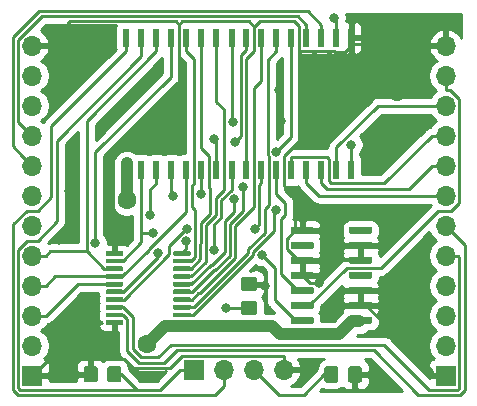
<source format=gbr>
G04 #@! TF.GenerationSoftware,KiCad,Pcbnew,5.1.5+dfsg1-2build2*
G04 #@! TF.CreationDate,2022-07-16T15:57:28-04:00*
G04 #@! TF.ProjectId,coco2_3134_64k_static_ram_board,636f636f-325f-4333-9133-345f36346b5f,rev?*
G04 #@! TF.SameCoordinates,Original*
G04 #@! TF.FileFunction,Copper,L2,Bot*
G04 #@! TF.FilePolarity,Positive*
%FSLAX46Y46*%
G04 Gerber Fmt 4.6, Leading zero omitted, Abs format (unit mm)*
G04 Created by KiCad (PCBNEW 5.1.5+dfsg1-2build2) date 2022-07-16 15:57:28*
%MOMM*%
%LPD*%
G04 APERTURE LIST*
%ADD10C,0.100000*%
%ADD11R,0.600000X1.600000*%
%ADD12R,1.700000X1.700000*%
%ADD13O,1.700000X1.700000*%
%ADD14C,0.800000*%
%ADD15C,1.600000*%
%ADD16C,0.250000*%
%ADD17C,1.000000*%
%ADD18C,0.254000*%
G04 APERTURE END LIST*
G04 #@! TA.AperFunction,SMDPad,CuDef*
D10*
G36*
X110101802Y-107805482D02*
G01*
X110111509Y-107806921D01*
X110121028Y-107809306D01*
X110130268Y-107812612D01*
X110139140Y-107816808D01*
X110147557Y-107821853D01*
X110155439Y-107827699D01*
X110162711Y-107834289D01*
X110169301Y-107841561D01*
X110175147Y-107849443D01*
X110180192Y-107857860D01*
X110184388Y-107866732D01*
X110187694Y-107875972D01*
X110190079Y-107885491D01*
X110191518Y-107895198D01*
X110192000Y-107905000D01*
X110192000Y-108105000D01*
X110191518Y-108114802D01*
X110190079Y-108124509D01*
X110187694Y-108134028D01*
X110184388Y-108143268D01*
X110180192Y-108152140D01*
X110175147Y-108160557D01*
X110169301Y-108168439D01*
X110162711Y-108175711D01*
X110155439Y-108182301D01*
X110147557Y-108188147D01*
X110139140Y-108193192D01*
X110130268Y-108197388D01*
X110121028Y-108200694D01*
X110111509Y-108203079D01*
X110101802Y-108204518D01*
X110092000Y-108205000D01*
X108817000Y-108205000D01*
X108807198Y-108204518D01*
X108797491Y-108203079D01*
X108787972Y-108200694D01*
X108778732Y-108197388D01*
X108769860Y-108193192D01*
X108761443Y-108188147D01*
X108753561Y-108182301D01*
X108746289Y-108175711D01*
X108739699Y-108168439D01*
X108733853Y-108160557D01*
X108728808Y-108152140D01*
X108724612Y-108143268D01*
X108721306Y-108134028D01*
X108718921Y-108124509D01*
X108717482Y-108114802D01*
X108717000Y-108105000D01*
X108717000Y-107905000D01*
X108717482Y-107895198D01*
X108718921Y-107885491D01*
X108721306Y-107875972D01*
X108724612Y-107866732D01*
X108728808Y-107857860D01*
X108733853Y-107849443D01*
X108739699Y-107841561D01*
X108746289Y-107834289D01*
X108753561Y-107827699D01*
X108761443Y-107821853D01*
X108769860Y-107816808D01*
X108778732Y-107812612D01*
X108787972Y-107809306D01*
X108797491Y-107806921D01*
X108807198Y-107805482D01*
X108817000Y-107805000D01*
X110092000Y-107805000D01*
X110101802Y-107805482D01*
G37*
G04 #@! TD.AperFunction*
G04 #@! TA.AperFunction,SMDPad,CuDef*
G36*
X110101802Y-107155482D02*
G01*
X110111509Y-107156921D01*
X110121028Y-107159306D01*
X110130268Y-107162612D01*
X110139140Y-107166808D01*
X110147557Y-107171853D01*
X110155439Y-107177699D01*
X110162711Y-107184289D01*
X110169301Y-107191561D01*
X110175147Y-107199443D01*
X110180192Y-107207860D01*
X110184388Y-107216732D01*
X110187694Y-107225972D01*
X110190079Y-107235491D01*
X110191518Y-107245198D01*
X110192000Y-107255000D01*
X110192000Y-107455000D01*
X110191518Y-107464802D01*
X110190079Y-107474509D01*
X110187694Y-107484028D01*
X110184388Y-107493268D01*
X110180192Y-107502140D01*
X110175147Y-107510557D01*
X110169301Y-107518439D01*
X110162711Y-107525711D01*
X110155439Y-107532301D01*
X110147557Y-107538147D01*
X110139140Y-107543192D01*
X110130268Y-107547388D01*
X110121028Y-107550694D01*
X110111509Y-107553079D01*
X110101802Y-107554518D01*
X110092000Y-107555000D01*
X108817000Y-107555000D01*
X108807198Y-107554518D01*
X108797491Y-107553079D01*
X108787972Y-107550694D01*
X108778732Y-107547388D01*
X108769860Y-107543192D01*
X108761443Y-107538147D01*
X108753561Y-107532301D01*
X108746289Y-107525711D01*
X108739699Y-107518439D01*
X108733853Y-107510557D01*
X108728808Y-107502140D01*
X108724612Y-107493268D01*
X108721306Y-107484028D01*
X108718921Y-107474509D01*
X108717482Y-107464802D01*
X108717000Y-107455000D01*
X108717000Y-107255000D01*
X108717482Y-107245198D01*
X108718921Y-107235491D01*
X108721306Y-107225972D01*
X108724612Y-107216732D01*
X108728808Y-107207860D01*
X108733853Y-107199443D01*
X108739699Y-107191561D01*
X108746289Y-107184289D01*
X108753561Y-107177699D01*
X108761443Y-107171853D01*
X108769860Y-107166808D01*
X108778732Y-107162612D01*
X108787972Y-107159306D01*
X108797491Y-107156921D01*
X108807198Y-107155482D01*
X108817000Y-107155000D01*
X110092000Y-107155000D01*
X110101802Y-107155482D01*
G37*
G04 #@! TD.AperFunction*
G04 #@! TA.AperFunction,SMDPad,CuDef*
G36*
X110101802Y-106505482D02*
G01*
X110111509Y-106506921D01*
X110121028Y-106509306D01*
X110130268Y-106512612D01*
X110139140Y-106516808D01*
X110147557Y-106521853D01*
X110155439Y-106527699D01*
X110162711Y-106534289D01*
X110169301Y-106541561D01*
X110175147Y-106549443D01*
X110180192Y-106557860D01*
X110184388Y-106566732D01*
X110187694Y-106575972D01*
X110190079Y-106585491D01*
X110191518Y-106595198D01*
X110192000Y-106605000D01*
X110192000Y-106805000D01*
X110191518Y-106814802D01*
X110190079Y-106824509D01*
X110187694Y-106834028D01*
X110184388Y-106843268D01*
X110180192Y-106852140D01*
X110175147Y-106860557D01*
X110169301Y-106868439D01*
X110162711Y-106875711D01*
X110155439Y-106882301D01*
X110147557Y-106888147D01*
X110139140Y-106893192D01*
X110130268Y-106897388D01*
X110121028Y-106900694D01*
X110111509Y-106903079D01*
X110101802Y-106904518D01*
X110092000Y-106905000D01*
X108817000Y-106905000D01*
X108807198Y-106904518D01*
X108797491Y-106903079D01*
X108787972Y-106900694D01*
X108778732Y-106897388D01*
X108769860Y-106893192D01*
X108761443Y-106888147D01*
X108753561Y-106882301D01*
X108746289Y-106875711D01*
X108739699Y-106868439D01*
X108733853Y-106860557D01*
X108728808Y-106852140D01*
X108724612Y-106843268D01*
X108721306Y-106834028D01*
X108718921Y-106824509D01*
X108717482Y-106814802D01*
X108717000Y-106805000D01*
X108717000Y-106605000D01*
X108717482Y-106595198D01*
X108718921Y-106585491D01*
X108721306Y-106575972D01*
X108724612Y-106566732D01*
X108728808Y-106557860D01*
X108733853Y-106549443D01*
X108739699Y-106541561D01*
X108746289Y-106534289D01*
X108753561Y-106527699D01*
X108761443Y-106521853D01*
X108769860Y-106516808D01*
X108778732Y-106512612D01*
X108787972Y-106509306D01*
X108797491Y-106506921D01*
X108807198Y-106505482D01*
X108817000Y-106505000D01*
X110092000Y-106505000D01*
X110101802Y-106505482D01*
G37*
G04 #@! TD.AperFunction*
G04 #@! TA.AperFunction,SMDPad,CuDef*
G36*
X110101802Y-105855482D02*
G01*
X110111509Y-105856921D01*
X110121028Y-105859306D01*
X110130268Y-105862612D01*
X110139140Y-105866808D01*
X110147557Y-105871853D01*
X110155439Y-105877699D01*
X110162711Y-105884289D01*
X110169301Y-105891561D01*
X110175147Y-105899443D01*
X110180192Y-105907860D01*
X110184388Y-105916732D01*
X110187694Y-105925972D01*
X110190079Y-105935491D01*
X110191518Y-105945198D01*
X110192000Y-105955000D01*
X110192000Y-106155000D01*
X110191518Y-106164802D01*
X110190079Y-106174509D01*
X110187694Y-106184028D01*
X110184388Y-106193268D01*
X110180192Y-106202140D01*
X110175147Y-106210557D01*
X110169301Y-106218439D01*
X110162711Y-106225711D01*
X110155439Y-106232301D01*
X110147557Y-106238147D01*
X110139140Y-106243192D01*
X110130268Y-106247388D01*
X110121028Y-106250694D01*
X110111509Y-106253079D01*
X110101802Y-106254518D01*
X110092000Y-106255000D01*
X108817000Y-106255000D01*
X108807198Y-106254518D01*
X108797491Y-106253079D01*
X108787972Y-106250694D01*
X108778732Y-106247388D01*
X108769860Y-106243192D01*
X108761443Y-106238147D01*
X108753561Y-106232301D01*
X108746289Y-106225711D01*
X108739699Y-106218439D01*
X108733853Y-106210557D01*
X108728808Y-106202140D01*
X108724612Y-106193268D01*
X108721306Y-106184028D01*
X108718921Y-106174509D01*
X108717482Y-106164802D01*
X108717000Y-106155000D01*
X108717000Y-105955000D01*
X108717482Y-105945198D01*
X108718921Y-105935491D01*
X108721306Y-105925972D01*
X108724612Y-105916732D01*
X108728808Y-105907860D01*
X108733853Y-105899443D01*
X108739699Y-105891561D01*
X108746289Y-105884289D01*
X108753561Y-105877699D01*
X108761443Y-105871853D01*
X108769860Y-105866808D01*
X108778732Y-105862612D01*
X108787972Y-105859306D01*
X108797491Y-105856921D01*
X108807198Y-105855482D01*
X108817000Y-105855000D01*
X110092000Y-105855000D01*
X110101802Y-105855482D01*
G37*
G04 #@! TD.AperFunction*
G04 #@! TA.AperFunction,SMDPad,CuDef*
G36*
X110101802Y-105205482D02*
G01*
X110111509Y-105206921D01*
X110121028Y-105209306D01*
X110130268Y-105212612D01*
X110139140Y-105216808D01*
X110147557Y-105221853D01*
X110155439Y-105227699D01*
X110162711Y-105234289D01*
X110169301Y-105241561D01*
X110175147Y-105249443D01*
X110180192Y-105257860D01*
X110184388Y-105266732D01*
X110187694Y-105275972D01*
X110190079Y-105285491D01*
X110191518Y-105295198D01*
X110192000Y-105305000D01*
X110192000Y-105505000D01*
X110191518Y-105514802D01*
X110190079Y-105524509D01*
X110187694Y-105534028D01*
X110184388Y-105543268D01*
X110180192Y-105552140D01*
X110175147Y-105560557D01*
X110169301Y-105568439D01*
X110162711Y-105575711D01*
X110155439Y-105582301D01*
X110147557Y-105588147D01*
X110139140Y-105593192D01*
X110130268Y-105597388D01*
X110121028Y-105600694D01*
X110111509Y-105603079D01*
X110101802Y-105604518D01*
X110092000Y-105605000D01*
X108817000Y-105605000D01*
X108807198Y-105604518D01*
X108797491Y-105603079D01*
X108787972Y-105600694D01*
X108778732Y-105597388D01*
X108769860Y-105593192D01*
X108761443Y-105588147D01*
X108753561Y-105582301D01*
X108746289Y-105575711D01*
X108739699Y-105568439D01*
X108733853Y-105560557D01*
X108728808Y-105552140D01*
X108724612Y-105543268D01*
X108721306Y-105534028D01*
X108718921Y-105524509D01*
X108717482Y-105514802D01*
X108717000Y-105505000D01*
X108717000Y-105305000D01*
X108717482Y-105295198D01*
X108718921Y-105285491D01*
X108721306Y-105275972D01*
X108724612Y-105266732D01*
X108728808Y-105257860D01*
X108733853Y-105249443D01*
X108739699Y-105241561D01*
X108746289Y-105234289D01*
X108753561Y-105227699D01*
X108761443Y-105221853D01*
X108769860Y-105216808D01*
X108778732Y-105212612D01*
X108787972Y-105209306D01*
X108797491Y-105206921D01*
X108807198Y-105205482D01*
X108817000Y-105205000D01*
X110092000Y-105205000D01*
X110101802Y-105205482D01*
G37*
G04 #@! TD.AperFunction*
G04 #@! TA.AperFunction,SMDPad,CuDef*
G36*
X110101802Y-104555482D02*
G01*
X110111509Y-104556921D01*
X110121028Y-104559306D01*
X110130268Y-104562612D01*
X110139140Y-104566808D01*
X110147557Y-104571853D01*
X110155439Y-104577699D01*
X110162711Y-104584289D01*
X110169301Y-104591561D01*
X110175147Y-104599443D01*
X110180192Y-104607860D01*
X110184388Y-104616732D01*
X110187694Y-104625972D01*
X110190079Y-104635491D01*
X110191518Y-104645198D01*
X110192000Y-104655000D01*
X110192000Y-104855000D01*
X110191518Y-104864802D01*
X110190079Y-104874509D01*
X110187694Y-104884028D01*
X110184388Y-104893268D01*
X110180192Y-104902140D01*
X110175147Y-104910557D01*
X110169301Y-104918439D01*
X110162711Y-104925711D01*
X110155439Y-104932301D01*
X110147557Y-104938147D01*
X110139140Y-104943192D01*
X110130268Y-104947388D01*
X110121028Y-104950694D01*
X110111509Y-104953079D01*
X110101802Y-104954518D01*
X110092000Y-104955000D01*
X108817000Y-104955000D01*
X108807198Y-104954518D01*
X108797491Y-104953079D01*
X108787972Y-104950694D01*
X108778732Y-104947388D01*
X108769860Y-104943192D01*
X108761443Y-104938147D01*
X108753561Y-104932301D01*
X108746289Y-104925711D01*
X108739699Y-104918439D01*
X108733853Y-104910557D01*
X108728808Y-104902140D01*
X108724612Y-104893268D01*
X108721306Y-104884028D01*
X108718921Y-104874509D01*
X108717482Y-104864802D01*
X108717000Y-104855000D01*
X108717000Y-104655000D01*
X108717482Y-104645198D01*
X108718921Y-104635491D01*
X108721306Y-104625972D01*
X108724612Y-104616732D01*
X108728808Y-104607860D01*
X108733853Y-104599443D01*
X108739699Y-104591561D01*
X108746289Y-104584289D01*
X108753561Y-104577699D01*
X108761443Y-104571853D01*
X108769860Y-104566808D01*
X108778732Y-104562612D01*
X108787972Y-104559306D01*
X108797491Y-104556921D01*
X108807198Y-104555482D01*
X108817000Y-104555000D01*
X110092000Y-104555000D01*
X110101802Y-104555482D01*
G37*
G04 #@! TD.AperFunction*
G04 #@! TA.AperFunction,SMDPad,CuDef*
G36*
X110101802Y-103905482D02*
G01*
X110111509Y-103906921D01*
X110121028Y-103909306D01*
X110130268Y-103912612D01*
X110139140Y-103916808D01*
X110147557Y-103921853D01*
X110155439Y-103927699D01*
X110162711Y-103934289D01*
X110169301Y-103941561D01*
X110175147Y-103949443D01*
X110180192Y-103957860D01*
X110184388Y-103966732D01*
X110187694Y-103975972D01*
X110190079Y-103985491D01*
X110191518Y-103995198D01*
X110192000Y-104005000D01*
X110192000Y-104205000D01*
X110191518Y-104214802D01*
X110190079Y-104224509D01*
X110187694Y-104234028D01*
X110184388Y-104243268D01*
X110180192Y-104252140D01*
X110175147Y-104260557D01*
X110169301Y-104268439D01*
X110162711Y-104275711D01*
X110155439Y-104282301D01*
X110147557Y-104288147D01*
X110139140Y-104293192D01*
X110130268Y-104297388D01*
X110121028Y-104300694D01*
X110111509Y-104303079D01*
X110101802Y-104304518D01*
X110092000Y-104305000D01*
X108817000Y-104305000D01*
X108807198Y-104304518D01*
X108797491Y-104303079D01*
X108787972Y-104300694D01*
X108778732Y-104297388D01*
X108769860Y-104293192D01*
X108761443Y-104288147D01*
X108753561Y-104282301D01*
X108746289Y-104275711D01*
X108739699Y-104268439D01*
X108733853Y-104260557D01*
X108728808Y-104252140D01*
X108724612Y-104243268D01*
X108721306Y-104234028D01*
X108718921Y-104224509D01*
X108717482Y-104214802D01*
X108717000Y-104205000D01*
X108717000Y-104005000D01*
X108717482Y-103995198D01*
X108718921Y-103985491D01*
X108721306Y-103975972D01*
X108724612Y-103966732D01*
X108728808Y-103957860D01*
X108733853Y-103949443D01*
X108739699Y-103941561D01*
X108746289Y-103934289D01*
X108753561Y-103927699D01*
X108761443Y-103921853D01*
X108769860Y-103916808D01*
X108778732Y-103912612D01*
X108787972Y-103909306D01*
X108797491Y-103906921D01*
X108807198Y-103905482D01*
X108817000Y-103905000D01*
X110092000Y-103905000D01*
X110101802Y-103905482D01*
G37*
G04 #@! TD.AperFunction*
G04 #@! TA.AperFunction,SMDPad,CuDef*
G36*
X110101802Y-103255482D02*
G01*
X110111509Y-103256921D01*
X110121028Y-103259306D01*
X110130268Y-103262612D01*
X110139140Y-103266808D01*
X110147557Y-103271853D01*
X110155439Y-103277699D01*
X110162711Y-103284289D01*
X110169301Y-103291561D01*
X110175147Y-103299443D01*
X110180192Y-103307860D01*
X110184388Y-103316732D01*
X110187694Y-103325972D01*
X110190079Y-103335491D01*
X110191518Y-103345198D01*
X110192000Y-103355000D01*
X110192000Y-103555000D01*
X110191518Y-103564802D01*
X110190079Y-103574509D01*
X110187694Y-103584028D01*
X110184388Y-103593268D01*
X110180192Y-103602140D01*
X110175147Y-103610557D01*
X110169301Y-103618439D01*
X110162711Y-103625711D01*
X110155439Y-103632301D01*
X110147557Y-103638147D01*
X110139140Y-103643192D01*
X110130268Y-103647388D01*
X110121028Y-103650694D01*
X110111509Y-103653079D01*
X110101802Y-103654518D01*
X110092000Y-103655000D01*
X108817000Y-103655000D01*
X108807198Y-103654518D01*
X108797491Y-103653079D01*
X108787972Y-103650694D01*
X108778732Y-103647388D01*
X108769860Y-103643192D01*
X108761443Y-103638147D01*
X108753561Y-103632301D01*
X108746289Y-103625711D01*
X108739699Y-103618439D01*
X108733853Y-103610557D01*
X108728808Y-103602140D01*
X108724612Y-103593268D01*
X108721306Y-103584028D01*
X108718921Y-103574509D01*
X108717482Y-103564802D01*
X108717000Y-103555000D01*
X108717000Y-103355000D01*
X108717482Y-103345198D01*
X108718921Y-103335491D01*
X108721306Y-103325972D01*
X108724612Y-103316732D01*
X108728808Y-103307860D01*
X108733853Y-103299443D01*
X108739699Y-103291561D01*
X108746289Y-103284289D01*
X108753561Y-103277699D01*
X108761443Y-103271853D01*
X108769860Y-103266808D01*
X108778732Y-103262612D01*
X108787972Y-103259306D01*
X108797491Y-103256921D01*
X108807198Y-103255482D01*
X108817000Y-103255000D01*
X110092000Y-103255000D01*
X110101802Y-103255482D01*
G37*
G04 #@! TD.AperFunction*
G04 #@! TA.AperFunction,SMDPad,CuDef*
G36*
X110101802Y-102605482D02*
G01*
X110111509Y-102606921D01*
X110121028Y-102609306D01*
X110130268Y-102612612D01*
X110139140Y-102616808D01*
X110147557Y-102621853D01*
X110155439Y-102627699D01*
X110162711Y-102634289D01*
X110169301Y-102641561D01*
X110175147Y-102649443D01*
X110180192Y-102657860D01*
X110184388Y-102666732D01*
X110187694Y-102675972D01*
X110190079Y-102685491D01*
X110191518Y-102695198D01*
X110192000Y-102705000D01*
X110192000Y-102905000D01*
X110191518Y-102914802D01*
X110190079Y-102924509D01*
X110187694Y-102934028D01*
X110184388Y-102943268D01*
X110180192Y-102952140D01*
X110175147Y-102960557D01*
X110169301Y-102968439D01*
X110162711Y-102975711D01*
X110155439Y-102982301D01*
X110147557Y-102988147D01*
X110139140Y-102993192D01*
X110130268Y-102997388D01*
X110121028Y-103000694D01*
X110111509Y-103003079D01*
X110101802Y-103004518D01*
X110092000Y-103005000D01*
X108817000Y-103005000D01*
X108807198Y-103004518D01*
X108797491Y-103003079D01*
X108787972Y-103000694D01*
X108778732Y-102997388D01*
X108769860Y-102993192D01*
X108761443Y-102988147D01*
X108753561Y-102982301D01*
X108746289Y-102975711D01*
X108739699Y-102968439D01*
X108733853Y-102960557D01*
X108728808Y-102952140D01*
X108724612Y-102943268D01*
X108721306Y-102934028D01*
X108718921Y-102924509D01*
X108717482Y-102914802D01*
X108717000Y-102905000D01*
X108717000Y-102705000D01*
X108717482Y-102695198D01*
X108718921Y-102685491D01*
X108721306Y-102675972D01*
X108724612Y-102666732D01*
X108728808Y-102657860D01*
X108733853Y-102649443D01*
X108739699Y-102641561D01*
X108746289Y-102634289D01*
X108753561Y-102627699D01*
X108761443Y-102621853D01*
X108769860Y-102616808D01*
X108778732Y-102612612D01*
X108787972Y-102609306D01*
X108797491Y-102606921D01*
X108807198Y-102605482D01*
X108817000Y-102605000D01*
X110092000Y-102605000D01*
X110101802Y-102605482D01*
G37*
G04 #@! TD.AperFunction*
G04 #@! TA.AperFunction,SMDPad,CuDef*
G36*
X110101802Y-101955482D02*
G01*
X110111509Y-101956921D01*
X110121028Y-101959306D01*
X110130268Y-101962612D01*
X110139140Y-101966808D01*
X110147557Y-101971853D01*
X110155439Y-101977699D01*
X110162711Y-101984289D01*
X110169301Y-101991561D01*
X110175147Y-101999443D01*
X110180192Y-102007860D01*
X110184388Y-102016732D01*
X110187694Y-102025972D01*
X110190079Y-102035491D01*
X110191518Y-102045198D01*
X110192000Y-102055000D01*
X110192000Y-102255000D01*
X110191518Y-102264802D01*
X110190079Y-102274509D01*
X110187694Y-102284028D01*
X110184388Y-102293268D01*
X110180192Y-102302140D01*
X110175147Y-102310557D01*
X110169301Y-102318439D01*
X110162711Y-102325711D01*
X110155439Y-102332301D01*
X110147557Y-102338147D01*
X110139140Y-102343192D01*
X110130268Y-102347388D01*
X110121028Y-102350694D01*
X110111509Y-102353079D01*
X110101802Y-102354518D01*
X110092000Y-102355000D01*
X108817000Y-102355000D01*
X108807198Y-102354518D01*
X108797491Y-102353079D01*
X108787972Y-102350694D01*
X108778732Y-102347388D01*
X108769860Y-102343192D01*
X108761443Y-102338147D01*
X108753561Y-102332301D01*
X108746289Y-102325711D01*
X108739699Y-102318439D01*
X108733853Y-102310557D01*
X108728808Y-102302140D01*
X108724612Y-102293268D01*
X108721306Y-102284028D01*
X108718921Y-102274509D01*
X108717482Y-102264802D01*
X108717000Y-102255000D01*
X108717000Y-102055000D01*
X108717482Y-102045198D01*
X108718921Y-102035491D01*
X108721306Y-102025972D01*
X108724612Y-102016732D01*
X108728808Y-102007860D01*
X108733853Y-101999443D01*
X108739699Y-101991561D01*
X108746289Y-101984289D01*
X108753561Y-101977699D01*
X108761443Y-101971853D01*
X108769860Y-101966808D01*
X108778732Y-101962612D01*
X108787972Y-101959306D01*
X108797491Y-101956921D01*
X108807198Y-101955482D01*
X108817000Y-101955000D01*
X110092000Y-101955000D01*
X110101802Y-101955482D01*
G37*
G04 #@! TD.AperFunction*
G04 #@! TA.AperFunction,SMDPad,CuDef*
G36*
X115826802Y-101955482D02*
G01*
X115836509Y-101956921D01*
X115846028Y-101959306D01*
X115855268Y-101962612D01*
X115864140Y-101966808D01*
X115872557Y-101971853D01*
X115880439Y-101977699D01*
X115887711Y-101984289D01*
X115894301Y-101991561D01*
X115900147Y-101999443D01*
X115905192Y-102007860D01*
X115909388Y-102016732D01*
X115912694Y-102025972D01*
X115915079Y-102035491D01*
X115916518Y-102045198D01*
X115917000Y-102055000D01*
X115917000Y-102255000D01*
X115916518Y-102264802D01*
X115915079Y-102274509D01*
X115912694Y-102284028D01*
X115909388Y-102293268D01*
X115905192Y-102302140D01*
X115900147Y-102310557D01*
X115894301Y-102318439D01*
X115887711Y-102325711D01*
X115880439Y-102332301D01*
X115872557Y-102338147D01*
X115864140Y-102343192D01*
X115855268Y-102347388D01*
X115846028Y-102350694D01*
X115836509Y-102353079D01*
X115826802Y-102354518D01*
X115817000Y-102355000D01*
X114542000Y-102355000D01*
X114532198Y-102354518D01*
X114522491Y-102353079D01*
X114512972Y-102350694D01*
X114503732Y-102347388D01*
X114494860Y-102343192D01*
X114486443Y-102338147D01*
X114478561Y-102332301D01*
X114471289Y-102325711D01*
X114464699Y-102318439D01*
X114458853Y-102310557D01*
X114453808Y-102302140D01*
X114449612Y-102293268D01*
X114446306Y-102284028D01*
X114443921Y-102274509D01*
X114442482Y-102264802D01*
X114442000Y-102255000D01*
X114442000Y-102055000D01*
X114442482Y-102045198D01*
X114443921Y-102035491D01*
X114446306Y-102025972D01*
X114449612Y-102016732D01*
X114453808Y-102007860D01*
X114458853Y-101999443D01*
X114464699Y-101991561D01*
X114471289Y-101984289D01*
X114478561Y-101977699D01*
X114486443Y-101971853D01*
X114494860Y-101966808D01*
X114503732Y-101962612D01*
X114512972Y-101959306D01*
X114522491Y-101956921D01*
X114532198Y-101955482D01*
X114542000Y-101955000D01*
X115817000Y-101955000D01*
X115826802Y-101955482D01*
G37*
G04 #@! TD.AperFunction*
G04 #@! TA.AperFunction,SMDPad,CuDef*
G36*
X115826802Y-102605482D02*
G01*
X115836509Y-102606921D01*
X115846028Y-102609306D01*
X115855268Y-102612612D01*
X115864140Y-102616808D01*
X115872557Y-102621853D01*
X115880439Y-102627699D01*
X115887711Y-102634289D01*
X115894301Y-102641561D01*
X115900147Y-102649443D01*
X115905192Y-102657860D01*
X115909388Y-102666732D01*
X115912694Y-102675972D01*
X115915079Y-102685491D01*
X115916518Y-102695198D01*
X115917000Y-102705000D01*
X115917000Y-102905000D01*
X115916518Y-102914802D01*
X115915079Y-102924509D01*
X115912694Y-102934028D01*
X115909388Y-102943268D01*
X115905192Y-102952140D01*
X115900147Y-102960557D01*
X115894301Y-102968439D01*
X115887711Y-102975711D01*
X115880439Y-102982301D01*
X115872557Y-102988147D01*
X115864140Y-102993192D01*
X115855268Y-102997388D01*
X115846028Y-103000694D01*
X115836509Y-103003079D01*
X115826802Y-103004518D01*
X115817000Y-103005000D01*
X114542000Y-103005000D01*
X114532198Y-103004518D01*
X114522491Y-103003079D01*
X114512972Y-103000694D01*
X114503732Y-102997388D01*
X114494860Y-102993192D01*
X114486443Y-102988147D01*
X114478561Y-102982301D01*
X114471289Y-102975711D01*
X114464699Y-102968439D01*
X114458853Y-102960557D01*
X114453808Y-102952140D01*
X114449612Y-102943268D01*
X114446306Y-102934028D01*
X114443921Y-102924509D01*
X114442482Y-102914802D01*
X114442000Y-102905000D01*
X114442000Y-102705000D01*
X114442482Y-102695198D01*
X114443921Y-102685491D01*
X114446306Y-102675972D01*
X114449612Y-102666732D01*
X114453808Y-102657860D01*
X114458853Y-102649443D01*
X114464699Y-102641561D01*
X114471289Y-102634289D01*
X114478561Y-102627699D01*
X114486443Y-102621853D01*
X114494860Y-102616808D01*
X114503732Y-102612612D01*
X114512972Y-102609306D01*
X114522491Y-102606921D01*
X114532198Y-102605482D01*
X114542000Y-102605000D01*
X115817000Y-102605000D01*
X115826802Y-102605482D01*
G37*
G04 #@! TD.AperFunction*
G04 #@! TA.AperFunction,SMDPad,CuDef*
G36*
X115826802Y-103255482D02*
G01*
X115836509Y-103256921D01*
X115846028Y-103259306D01*
X115855268Y-103262612D01*
X115864140Y-103266808D01*
X115872557Y-103271853D01*
X115880439Y-103277699D01*
X115887711Y-103284289D01*
X115894301Y-103291561D01*
X115900147Y-103299443D01*
X115905192Y-103307860D01*
X115909388Y-103316732D01*
X115912694Y-103325972D01*
X115915079Y-103335491D01*
X115916518Y-103345198D01*
X115917000Y-103355000D01*
X115917000Y-103555000D01*
X115916518Y-103564802D01*
X115915079Y-103574509D01*
X115912694Y-103584028D01*
X115909388Y-103593268D01*
X115905192Y-103602140D01*
X115900147Y-103610557D01*
X115894301Y-103618439D01*
X115887711Y-103625711D01*
X115880439Y-103632301D01*
X115872557Y-103638147D01*
X115864140Y-103643192D01*
X115855268Y-103647388D01*
X115846028Y-103650694D01*
X115836509Y-103653079D01*
X115826802Y-103654518D01*
X115817000Y-103655000D01*
X114542000Y-103655000D01*
X114532198Y-103654518D01*
X114522491Y-103653079D01*
X114512972Y-103650694D01*
X114503732Y-103647388D01*
X114494860Y-103643192D01*
X114486443Y-103638147D01*
X114478561Y-103632301D01*
X114471289Y-103625711D01*
X114464699Y-103618439D01*
X114458853Y-103610557D01*
X114453808Y-103602140D01*
X114449612Y-103593268D01*
X114446306Y-103584028D01*
X114443921Y-103574509D01*
X114442482Y-103564802D01*
X114442000Y-103555000D01*
X114442000Y-103355000D01*
X114442482Y-103345198D01*
X114443921Y-103335491D01*
X114446306Y-103325972D01*
X114449612Y-103316732D01*
X114453808Y-103307860D01*
X114458853Y-103299443D01*
X114464699Y-103291561D01*
X114471289Y-103284289D01*
X114478561Y-103277699D01*
X114486443Y-103271853D01*
X114494860Y-103266808D01*
X114503732Y-103262612D01*
X114512972Y-103259306D01*
X114522491Y-103256921D01*
X114532198Y-103255482D01*
X114542000Y-103255000D01*
X115817000Y-103255000D01*
X115826802Y-103255482D01*
G37*
G04 #@! TD.AperFunction*
G04 #@! TA.AperFunction,SMDPad,CuDef*
G36*
X115826802Y-103905482D02*
G01*
X115836509Y-103906921D01*
X115846028Y-103909306D01*
X115855268Y-103912612D01*
X115864140Y-103916808D01*
X115872557Y-103921853D01*
X115880439Y-103927699D01*
X115887711Y-103934289D01*
X115894301Y-103941561D01*
X115900147Y-103949443D01*
X115905192Y-103957860D01*
X115909388Y-103966732D01*
X115912694Y-103975972D01*
X115915079Y-103985491D01*
X115916518Y-103995198D01*
X115917000Y-104005000D01*
X115917000Y-104205000D01*
X115916518Y-104214802D01*
X115915079Y-104224509D01*
X115912694Y-104234028D01*
X115909388Y-104243268D01*
X115905192Y-104252140D01*
X115900147Y-104260557D01*
X115894301Y-104268439D01*
X115887711Y-104275711D01*
X115880439Y-104282301D01*
X115872557Y-104288147D01*
X115864140Y-104293192D01*
X115855268Y-104297388D01*
X115846028Y-104300694D01*
X115836509Y-104303079D01*
X115826802Y-104304518D01*
X115817000Y-104305000D01*
X114542000Y-104305000D01*
X114532198Y-104304518D01*
X114522491Y-104303079D01*
X114512972Y-104300694D01*
X114503732Y-104297388D01*
X114494860Y-104293192D01*
X114486443Y-104288147D01*
X114478561Y-104282301D01*
X114471289Y-104275711D01*
X114464699Y-104268439D01*
X114458853Y-104260557D01*
X114453808Y-104252140D01*
X114449612Y-104243268D01*
X114446306Y-104234028D01*
X114443921Y-104224509D01*
X114442482Y-104214802D01*
X114442000Y-104205000D01*
X114442000Y-104005000D01*
X114442482Y-103995198D01*
X114443921Y-103985491D01*
X114446306Y-103975972D01*
X114449612Y-103966732D01*
X114453808Y-103957860D01*
X114458853Y-103949443D01*
X114464699Y-103941561D01*
X114471289Y-103934289D01*
X114478561Y-103927699D01*
X114486443Y-103921853D01*
X114494860Y-103916808D01*
X114503732Y-103912612D01*
X114512972Y-103909306D01*
X114522491Y-103906921D01*
X114532198Y-103905482D01*
X114542000Y-103905000D01*
X115817000Y-103905000D01*
X115826802Y-103905482D01*
G37*
G04 #@! TD.AperFunction*
G04 #@! TA.AperFunction,SMDPad,CuDef*
G36*
X115826802Y-104555482D02*
G01*
X115836509Y-104556921D01*
X115846028Y-104559306D01*
X115855268Y-104562612D01*
X115864140Y-104566808D01*
X115872557Y-104571853D01*
X115880439Y-104577699D01*
X115887711Y-104584289D01*
X115894301Y-104591561D01*
X115900147Y-104599443D01*
X115905192Y-104607860D01*
X115909388Y-104616732D01*
X115912694Y-104625972D01*
X115915079Y-104635491D01*
X115916518Y-104645198D01*
X115917000Y-104655000D01*
X115917000Y-104855000D01*
X115916518Y-104864802D01*
X115915079Y-104874509D01*
X115912694Y-104884028D01*
X115909388Y-104893268D01*
X115905192Y-104902140D01*
X115900147Y-104910557D01*
X115894301Y-104918439D01*
X115887711Y-104925711D01*
X115880439Y-104932301D01*
X115872557Y-104938147D01*
X115864140Y-104943192D01*
X115855268Y-104947388D01*
X115846028Y-104950694D01*
X115836509Y-104953079D01*
X115826802Y-104954518D01*
X115817000Y-104955000D01*
X114542000Y-104955000D01*
X114532198Y-104954518D01*
X114522491Y-104953079D01*
X114512972Y-104950694D01*
X114503732Y-104947388D01*
X114494860Y-104943192D01*
X114486443Y-104938147D01*
X114478561Y-104932301D01*
X114471289Y-104925711D01*
X114464699Y-104918439D01*
X114458853Y-104910557D01*
X114453808Y-104902140D01*
X114449612Y-104893268D01*
X114446306Y-104884028D01*
X114443921Y-104874509D01*
X114442482Y-104864802D01*
X114442000Y-104855000D01*
X114442000Y-104655000D01*
X114442482Y-104645198D01*
X114443921Y-104635491D01*
X114446306Y-104625972D01*
X114449612Y-104616732D01*
X114453808Y-104607860D01*
X114458853Y-104599443D01*
X114464699Y-104591561D01*
X114471289Y-104584289D01*
X114478561Y-104577699D01*
X114486443Y-104571853D01*
X114494860Y-104566808D01*
X114503732Y-104562612D01*
X114512972Y-104559306D01*
X114522491Y-104556921D01*
X114532198Y-104555482D01*
X114542000Y-104555000D01*
X115817000Y-104555000D01*
X115826802Y-104555482D01*
G37*
G04 #@! TD.AperFunction*
G04 #@! TA.AperFunction,SMDPad,CuDef*
G36*
X115826802Y-105205482D02*
G01*
X115836509Y-105206921D01*
X115846028Y-105209306D01*
X115855268Y-105212612D01*
X115864140Y-105216808D01*
X115872557Y-105221853D01*
X115880439Y-105227699D01*
X115887711Y-105234289D01*
X115894301Y-105241561D01*
X115900147Y-105249443D01*
X115905192Y-105257860D01*
X115909388Y-105266732D01*
X115912694Y-105275972D01*
X115915079Y-105285491D01*
X115916518Y-105295198D01*
X115917000Y-105305000D01*
X115917000Y-105505000D01*
X115916518Y-105514802D01*
X115915079Y-105524509D01*
X115912694Y-105534028D01*
X115909388Y-105543268D01*
X115905192Y-105552140D01*
X115900147Y-105560557D01*
X115894301Y-105568439D01*
X115887711Y-105575711D01*
X115880439Y-105582301D01*
X115872557Y-105588147D01*
X115864140Y-105593192D01*
X115855268Y-105597388D01*
X115846028Y-105600694D01*
X115836509Y-105603079D01*
X115826802Y-105604518D01*
X115817000Y-105605000D01*
X114542000Y-105605000D01*
X114532198Y-105604518D01*
X114522491Y-105603079D01*
X114512972Y-105600694D01*
X114503732Y-105597388D01*
X114494860Y-105593192D01*
X114486443Y-105588147D01*
X114478561Y-105582301D01*
X114471289Y-105575711D01*
X114464699Y-105568439D01*
X114458853Y-105560557D01*
X114453808Y-105552140D01*
X114449612Y-105543268D01*
X114446306Y-105534028D01*
X114443921Y-105524509D01*
X114442482Y-105514802D01*
X114442000Y-105505000D01*
X114442000Y-105305000D01*
X114442482Y-105295198D01*
X114443921Y-105285491D01*
X114446306Y-105275972D01*
X114449612Y-105266732D01*
X114453808Y-105257860D01*
X114458853Y-105249443D01*
X114464699Y-105241561D01*
X114471289Y-105234289D01*
X114478561Y-105227699D01*
X114486443Y-105221853D01*
X114494860Y-105216808D01*
X114503732Y-105212612D01*
X114512972Y-105209306D01*
X114522491Y-105206921D01*
X114532198Y-105205482D01*
X114542000Y-105205000D01*
X115817000Y-105205000D01*
X115826802Y-105205482D01*
G37*
G04 #@! TD.AperFunction*
G04 #@! TA.AperFunction,SMDPad,CuDef*
G36*
X115826802Y-105855482D02*
G01*
X115836509Y-105856921D01*
X115846028Y-105859306D01*
X115855268Y-105862612D01*
X115864140Y-105866808D01*
X115872557Y-105871853D01*
X115880439Y-105877699D01*
X115887711Y-105884289D01*
X115894301Y-105891561D01*
X115900147Y-105899443D01*
X115905192Y-105907860D01*
X115909388Y-105916732D01*
X115912694Y-105925972D01*
X115915079Y-105935491D01*
X115916518Y-105945198D01*
X115917000Y-105955000D01*
X115917000Y-106155000D01*
X115916518Y-106164802D01*
X115915079Y-106174509D01*
X115912694Y-106184028D01*
X115909388Y-106193268D01*
X115905192Y-106202140D01*
X115900147Y-106210557D01*
X115894301Y-106218439D01*
X115887711Y-106225711D01*
X115880439Y-106232301D01*
X115872557Y-106238147D01*
X115864140Y-106243192D01*
X115855268Y-106247388D01*
X115846028Y-106250694D01*
X115836509Y-106253079D01*
X115826802Y-106254518D01*
X115817000Y-106255000D01*
X114542000Y-106255000D01*
X114532198Y-106254518D01*
X114522491Y-106253079D01*
X114512972Y-106250694D01*
X114503732Y-106247388D01*
X114494860Y-106243192D01*
X114486443Y-106238147D01*
X114478561Y-106232301D01*
X114471289Y-106225711D01*
X114464699Y-106218439D01*
X114458853Y-106210557D01*
X114453808Y-106202140D01*
X114449612Y-106193268D01*
X114446306Y-106184028D01*
X114443921Y-106174509D01*
X114442482Y-106164802D01*
X114442000Y-106155000D01*
X114442000Y-105955000D01*
X114442482Y-105945198D01*
X114443921Y-105935491D01*
X114446306Y-105925972D01*
X114449612Y-105916732D01*
X114453808Y-105907860D01*
X114458853Y-105899443D01*
X114464699Y-105891561D01*
X114471289Y-105884289D01*
X114478561Y-105877699D01*
X114486443Y-105871853D01*
X114494860Y-105866808D01*
X114503732Y-105862612D01*
X114512972Y-105859306D01*
X114522491Y-105856921D01*
X114532198Y-105855482D01*
X114542000Y-105855000D01*
X115817000Y-105855000D01*
X115826802Y-105855482D01*
G37*
G04 #@! TD.AperFunction*
G04 #@! TA.AperFunction,SMDPad,CuDef*
G36*
X115826802Y-106505482D02*
G01*
X115836509Y-106506921D01*
X115846028Y-106509306D01*
X115855268Y-106512612D01*
X115864140Y-106516808D01*
X115872557Y-106521853D01*
X115880439Y-106527699D01*
X115887711Y-106534289D01*
X115894301Y-106541561D01*
X115900147Y-106549443D01*
X115905192Y-106557860D01*
X115909388Y-106566732D01*
X115912694Y-106575972D01*
X115915079Y-106585491D01*
X115916518Y-106595198D01*
X115917000Y-106605000D01*
X115917000Y-106805000D01*
X115916518Y-106814802D01*
X115915079Y-106824509D01*
X115912694Y-106834028D01*
X115909388Y-106843268D01*
X115905192Y-106852140D01*
X115900147Y-106860557D01*
X115894301Y-106868439D01*
X115887711Y-106875711D01*
X115880439Y-106882301D01*
X115872557Y-106888147D01*
X115864140Y-106893192D01*
X115855268Y-106897388D01*
X115846028Y-106900694D01*
X115836509Y-106903079D01*
X115826802Y-106904518D01*
X115817000Y-106905000D01*
X114542000Y-106905000D01*
X114532198Y-106904518D01*
X114522491Y-106903079D01*
X114512972Y-106900694D01*
X114503732Y-106897388D01*
X114494860Y-106893192D01*
X114486443Y-106888147D01*
X114478561Y-106882301D01*
X114471289Y-106875711D01*
X114464699Y-106868439D01*
X114458853Y-106860557D01*
X114453808Y-106852140D01*
X114449612Y-106843268D01*
X114446306Y-106834028D01*
X114443921Y-106824509D01*
X114442482Y-106814802D01*
X114442000Y-106805000D01*
X114442000Y-106605000D01*
X114442482Y-106595198D01*
X114443921Y-106585491D01*
X114446306Y-106575972D01*
X114449612Y-106566732D01*
X114453808Y-106557860D01*
X114458853Y-106549443D01*
X114464699Y-106541561D01*
X114471289Y-106534289D01*
X114478561Y-106527699D01*
X114486443Y-106521853D01*
X114494860Y-106516808D01*
X114503732Y-106512612D01*
X114512972Y-106509306D01*
X114522491Y-106506921D01*
X114532198Y-106505482D01*
X114542000Y-106505000D01*
X115817000Y-106505000D01*
X115826802Y-106505482D01*
G37*
G04 #@! TD.AperFunction*
G04 #@! TA.AperFunction,SMDPad,CuDef*
G36*
X115826802Y-107155482D02*
G01*
X115836509Y-107156921D01*
X115846028Y-107159306D01*
X115855268Y-107162612D01*
X115864140Y-107166808D01*
X115872557Y-107171853D01*
X115880439Y-107177699D01*
X115887711Y-107184289D01*
X115894301Y-107191561D01*
X115900147Y-107199443D01*
X115905192Y-107207860D01*
X115909388Y-107216732D01*
X115912694Y-107225972D01*
X115915079Y-107235491D01*
X115916518Y-107245198D01*
X115917000Y-107255000D01*
X115917000Y-107455000D01*
X115916518Y-107464802D01*
X115915079Y-107474509D01*
X115912694Y-107484028D01*
X115909388Y-107493268D01*
X115905192Y-107502140D01*
X115900147Y-107510557D01*
X115894301Y-107518439D01*
X115887711Y-107525711D01*
X115880439Y-107532301D01*
X115872557Y-107538147D01*
X115864140Y-107543192D01*
X115855268Y-107547388D01*
X115846028Y-107550694D01*
X115836509Y-107553079D01*
X115826802Y-107554518D01*
X115817000Y-107555000D01*
X114542000Y-107555000D01*
X114532198Y-107554518D01*
X114522491Y-107553079D01*
X114512972Y-107550694D01*
X114503732Y-107547388D01*
X114494860Y-107543192D01*
X114486443Y-107538147D01*
X114478561Y-107532301D01*
X114471289Y-107525711D01*
X114464699Y-107518439D01*
X114458853Y-107510557D01*
X114453808Y-107502140D01*
X114449612Y-107493268D01*
X114446306Y-107484028D01*
X114443921Y-107474509D01*
X114442482Y-107464802D01*
X114442000Y-107455000D01*
X114442000Y-107255000D01*
X114442482Y-107245198D01*
X114443921Y-107235491D01*
X114446306Y-107225972D01*
X114449612Y-107216732D01*
X114453808Y-107207860D01*
X114458853Y-107199443D01*
X114464699Y-107191561D01*
X114471289Y-107184289D01*
X114478561Y-107177699D01*
X114486443Y-107171853D01*
X114494860Y-107166808D01*
X114503732Y-107162612D01*
X114512972Y-107159306D01*
X114522491Y-107156921D01*
X114532198Y-107155482D01*
X114542000Y-107155000D01*
X115817000Y-107155000D01*
X115826802Y-107155482D01*
G37*
G04 #@! TD.AperFunction*
G04 #@! TA.AperFunction,SMDPad,CuDef*
G36*
X115826802Y-107805482D02*
G01*
X115836509Y-107806921D01*
X115846028Y-107809306D01*
X115855268Y-107812612D01*
X115864140Y-107816808D01*
X115872557Y-107821853D01*
X115880439Y-107827699D01*
X115887711Y-107834289D01*
X115894301Y-107841561D01*
X115900147Y-107849443D01*
X115905192Y-107857860D01*
X115909388Y-107866732D01*
X115912694Y-107875972D01*
X115915079Y-107885491D01*
X115916518Y-107895198D01*
X115917000Y-107905000D01*
X115917000Y-108105000D01*
X115916518Y-108114802D01*
X115915079Y-108124509D01*
X115912694Y-108134028D01*
X115909388Y-108143268D01*
X115905192Y-108152140D01*
X115900147Y-108160557D01*
X115894301Y-108168439D01*
X115887711Y-108175711D01*
X115880439Y-108182301D01*
X115872557Y-108188147D01*
X115864140Y-108193192D01*
X115855268Y-108197388D01*
X115846028Y-108200694D01*
X115836509Y-108203079D01*
X115826802Y-108204518D01*
X115817000Y-108205000D01*
X114542000Y-108205000D01*
X114532198Y-108204518D01*
X114522491Y-108203079D01*
X114512972Y-108200694D01*
X114503732Y-108197388D01*
X114494860Y-108193192D01*
X114486443Y-108188147D01*
X114478561Y-108182301D01*
X114471289Y-108175711D01*
X114464699Y-108168439D01*
X114458853Y-108160557D01*
X114453808Y-108152140D01*
X114449612Y-108143268D01*
X114446306Y-108134028D01*
X114443921Y-108124509D01*
X114442482Y-108114802D01*
X114442000Y-108105000D01*
X114442000Y-107905000D01*
X114442482Y-107895198D01*
X114443921Y-107885491D01*
X114446306Y-107875972D01*
X114449612Y-107866732D01*
X114453808Y-107857860D01*
X114458853Y-107849443D01*
X114464699Y-107841561D01*
X114471289Y-107834289D01*
X114478561Y-107827699D01*
X114486443Y-107821853D01*
X114494860Y-107816808D01*
X114503732Y-107812612D01*
X114512972Y-107809306D01*
X114522491Y-107806921D01*
X114532198Y-107805482D01*
X114542000Y-107805000D01*
X115817000Y-107805000D01*
X115826802Y-107805482D01*
G37*
G04 #@! TD.AperFunction*
D11*
X110475000Y-83900000D03*
X111745000Y-83900000D03*
X113015000Y-83900000D03*
X114285000Y-83900000D03*
X115555000Y-83900000D03*
X116825000Y-83900000D03*
X118095000Y-83900000D03*
X119375000Y-83900000D03*
X120625000Y-83900000D03*
X121905000Y-83900000D03*
X123175000Y-83900000D03*
X124445000Y-83900000D03*
X125715000Y-83900000D03*
X126985000Y-83900000D03*
X128255000Y-83900000D03*
X129525000Y-83900000D03*
X129525000Y-95100000D03*
X128255000Y-95100000D03*
X126985000Y-95100000D03*
X125715000Y-95100000D03*
X124445000Y-95100000D03*
X123175000Y-95100000D03*
X121905000Y-95100000D03*
X120625000Y-95100000D03*
X119375000Y-95100000D03*
X118095000Y-95100000D03*
X116825000Y-95100000D03*
X115555000Y-95100000D03*
X114285000Y-95100000D03*
X113015000Y-95100000D03*
X111745000Y-95100000D03*
X110475000Y-95100000D03*
G04 #@! TA.AperFunction,SMDPad,CuDef*
D10*
G36*
X126197703Y-107510722D02*
G01*
X126212264Y-107512882D01*
X126226543Y-107516459D01*
X126240403Y-107521418D01*
X126253710Y-107527712D01*
X126266336Y-107535280D01*
X126278159Y-107544048D01*
X126289066Y-107553934D01*
X126298952Y-107564841D01*
X126307720Y-107576664D01*
X126315288Y-107589290D01*
X126321582Y-107602597D01*
X126326541Y-107616457D01*
X126330118Y-107630736D01*
X126332278Y-107645297D01*
X126333000Y-107660000D01*
X126333000Y-107960000D01*
X126332278Y-107974703D01*
X126330118Y-107989264D01*
X126326541Y-108003543D01*
X126321582Y-108017403D01*
X126315288Y-108030710D01*
X126307720Y-108043336D01*
X126298952Y-108055159D01*
X126289066Y-108066066D01*
X126278159Y-108075952D01*
X126266336Y-108084720D01*
X126253710Y-108092288D01*
X126240403Y-108098582D01*
X126226543Y-108103541D01*
X126212264Y-108107118D01*
X126197703Y-108109278D01*
X126183000Y-108110000D01*
X124533000Y-108110000D01*
X124518297Y-108109278D01*
X124503736Y-108107118D01*
X124489457Y-108103541D01*
X124475597Y-108098582D01*
X124462290Y-108092288D01*
X124449664Y-108084720D01*
X124437841Y-108075952D01*
X124426934Y-108066066D01*
X124417048Y-108055159D01*
X124408280Y-108043336D01*
X124400712Y-108030710D01*
X124394418Y-108017403D01*
X124389459Y-108003543D01*
X124385882Y-107989264D01*
X124383722Y-107974703D01*
X124383000Y-107960000D01*
X124383000Y-107660000D01*
X124383722Y-107645297D01*
X124385882Y-107630736D01*
X124389459Y-107616457D01*
X124394418Y-107602597D01*
X124400712Y-107589290D01*
X124408280Y-107576664D01*
X124417048Y-107564841D01*
X124426934Y-107553934D01*
X124437841Y-107544048D01*
X124449664Y-107535280D01*
X124462290Y-107527712D01*
X124475597Y-107521418D01*
X124489457Y-107516459D01*
X124503736Y-107512882D01*
X124518297Y-107510722D01*
X124533000Y-107510000D01*
X126183000Y-107510000D01*
X126197703Y-107510722D01*
G37*
G04 #@! TD.AperFunction*
G04 #@! TA.AperFunction,SMDPad,CuDef*
G36*
X126197703Y-106240722D02*
G01*
X126212264Y-106242882D01*
X126226543Y-106246459D01*
X126240403Y-106251418D01*
X126253710Y-106257712D01*
X126266336Y-106265280D01*
X126278159Y-106274048D01*
X126289066Y-106283934D01*
X126298952Y-106294841D01*
X126307720Y-106306664D01*
X126315288Y-106319290D01*
X126321582Y-106332597D01*
X126326541Y-106346457D01*
X126330118Y-106360736D01*
X126332278Y-106375297D01*
X126333000Y-106390000D01*
X126333000Y-106690000D01*
X126332278Y-106704703D01*
X126330118Y-106719264D01*
X126326541Y-106733543D01*
X126321582Y-106747403D01*
X126315288Y-106760710D01*
X126307720Y-106773336D01*
X126298952Y-106785159D01*
X126289066Y-106796066D01*
X126278159Y-106805952D01*
X126266336Y-106814720D01*
X126253710Y-106822288D01*
X126240403Y-106828582D01*
X126226543Y-106833541D01*
X126212264Y-106837118D01*
X126197703Y-106839278D01*
X126183000Y-106840000D01*
X124533000Y-106840000D01*
X124518297Y-106839278D01*
X124503736Y-106837118D01*
X124489457Y-106833541D01*
X124475597Y-106828582D01*
X124462290Y-106822288D01*
X124449664Y-106814720D01*
X124437841Y-106805952D01*
X124426934Y-106796066D01*
X124417048Y-106785159D01*
X124408280Y-106773336D01*
X124400712Y-106760710D01*
X124394418Y-106747403D01*
X124389459Y-106733543D01*
X124385882Y-106719264D01*
X124383722Y-106704703D01*
X124383000Y-106690000D01*
X124383000Y-106390000D01*
X124383722Y-106375297D01*
X124385882Y-106360736D01*
X124389459Y-106346457D01*
X124394418Y-106332597D01*
X124400712Y-106319290D01*
X124408280Y-106306664D01*
X124417048Y-106294841D01*
X124426934Y-106283934D01*
X124437841Y-106274048D01*
X124449664Y-106265280D01*
X124462290Y-106257712D01*
X124475597Y-106251418D01*
X124489457Y-106246459D01*
X124503736Y-106242882D01*
X124518297Y-106240722D01*
X124533000Y-106240000D01*
X126183000Y-106240000D01*
X126197703Y-106240722D01*
G37*
G04 #@! TD.AperFunction*
G04 #@! TA.AperFunction,SMDPad,CuDef*
G36*
X126197703Y-104970722D02*
G01*
X126212264Y-104972882D01*
X126226543Y-104976459D01*
X126240403Y-104981418D01*
X126253710Y-104987712D01*
X126266336Y-104995280D01*
X126278159Y-105004048D01*
X126289066Y-105013934D01*
X126298952Y-105024841D01*
X126307720Y-105036664D01*
X126315288Y-105049290D01*
X126321582Y-105062597D01*
X126326541Y-105076457D01*
X126330118Y-105090736D01*
X126332278Y-105105297D01*
X126333000Y-105120000D01*
X126333000Y-105420000D01*
X126332278Y-105434703D01*
X126330118Y-105449264D01*
X126326541Y-105463543D01*
X126321582Y-105477403D01*
X126315288Y-105490710D01*
X126307720Y-105503336D01*
X126298952Y-105515159D01*
X126289066Y-105526066D01*
X126278159Y-105535952D01*
X126266336Y-105544720D01*
X126253710Y-105552288D01*
X126240403Y-105558582D01*
X126226543Y-105563541D01*
X126212264Y-105567118D01*
X126197703Y-105569278D01*
X126183000Y-105570000D01*
X124533000Y-105570000D01*
X124518297Y-105569278D01*
X124503736Y-105567118D01*
X124489457Y-105563541D01*
X124475597Y-105558582D01*
X124462290Y-105552288D01*
X124449664Y-105544720D01*
X124437841Y-105535952D01*
X124426934Y-105526066D01*
X124417048Y-105515159D01*
X124408280Y-105503336D01*
X124400712Y-105490710D01*
X124394418Y-105477403D01*
X124389459Y-105463543D01*
X124385882Y-105449264D01*
X124383722Y-105434703D01*
X124383000Y-105420000D01*
X124383000Y-105120000D01*
X124383722Y-105105297D01*
X124385882Y-105090736D01*
X124389459Y-105076457D01*
X124394418Y-105062597D01*
X124400712Y-105049290D01*
X124408280Y-105036664D01*
X124417048Y-105024841D01*
X124426934Y-105013934D01*
X124437841Y-105004048D01*
X124449664Y-104995280D01*
X124462290Y-104987712D01*
X124475597Y-104981418D01*
X124489457Y-104976459D01*
X124503736Y-104972882D01*
X124518297Y-104970722D01*
X124533000Y-104970000D01*
X126183000Y-104970000D01*
X126197703Y-104970722D01*
G37*
G04 #@! TD.AperFunction*
G04 #@! TA.AperFunction,SMDPad,CuDef*
G36*
X126197703Y-103700722D02*
G01*
X126212264Y-103702882D01*
X126226543Y-103706459D01*
X126240403Y-103711418D01*
X126253710Y-103717712D01*
X126266336Y-103725280D01*
X126278159Y-103734048D01*
X126289066Y-103743934D01*
X126298952Y-103754841D01*
X126307720Y-103766664D01*
X126315288Y-103779290D01*
X126321582Y-103792597D01*
X126326541Y-103806457D01*
X126330118Y-103820736D01*
X126332278Y-103835297D01*
X126333000Y-103850000D01*
X126333000Y-104150000D01*
X126332278Y-104164703D01*
X126330118Y-104179264D01*
X126326541Y-104193543D01*
X126321582Y-104207403D01*
X126315288Y-104220710D01*
X126307720Y-104233336D01*
X126298952Y-104245159D01*
X126289066Y-104256066D01*
X126278159Y-104265952D01*
X126266336Y-104274720D01*
X126253710Y-104282288D01*
X126240403Y-104288582D01*
X126226543Y-104293541D01*
X126212264Y-104297118D01*
X126197703Y-104299278D01*
X126183000Y-104300000D01*
X124533000Y-104300000D01*
X124518297Y-104299278D01*
X124503736Y-104297118D01*
X124489457Y-104293541D01*
X124475597Y-104288582D01*
X124462290Y-104282288D01*
X124449664Y-104274720D01*
X124437841Y-104265952D01*
X124426934Y-104256066D01*
X124417048Y-104245159D01*
X124408280Y-104233336D01*
X124400712Y-104220710D01*
X124394418Y-104207403D01*
X124389459Y-104193543D01*
X124385882Y-104179264D01*
X124383722Y-104164703D01*
X124383000Y-104150000D01*
X124383000Y-103850000D01*
X124383722Y-103835297D01*
X124385882Y-103820736D01*
X124389459Y-103806457D01*
X124394418Y-103792597D01*
X124400712Y-103779290D01*
X124408280Y-103766664D01*
X124417048Y-103754841D01*
X124426934Y-103743934D01*
X124437841Y-103734048D01*
X124449664Y-103725280D01*
X124462290Y-103717712D01*
X124475597Y-103711418D01*
X124489457Y-103706459D01*
X124503736Y-103702882D01*
X124518297Y-103700722D01*
X124533000Y-103700000D01*
X126183000Y-103700000D01*
X126197703Y-103700722D01*
G37*
G04 #@! TD.AperFunction*
G04 #@! TA.AperFunction,SMDPad,CuDef*
G36*
X126197703Y-102430722D02*
G01*
X126212264Y-102432882D01*
X126226543Y-102436459D01*
X126240403Y-102441418D01*
X126253710Y-102447712D01*
X126266336Y-102455280D01*
X126278159Y-102464048D01*
X126289066Y-102473934D01*
X126298952Y-102484841D01*
X126307720Y-102496664D01*
X126315288Y-102509290D01*
X126321582Y-102522597D01*
X126326541Y-102536457D01*
X126330118Y-102550736D01*
X126332278Y-102565297D01*
X126333000Y-102580000D01*
X126333000Y-102880000D01*
X126332278Y-102894703D01*
X126330118Y-102909264D01*
X126326541Y-102923543D01*
X126321582Y-102937403D01*
X126315288Y-102950710D01*
X126307720Y-102963336D01*
X126298952Y-102975159D01*
X126289066Y-102986066D01*
X126278159Y-102995952D01*
X126266336Y-103004720D01*
X126253710Y-103012288D01*
X126240403Y-103018582D01*
X126226543Y-103023541D01*
X126212264Y-103027118D01*
X126197703Y-103029278D01*
X126183000Y-103030000D01*
X124533000Y-103030000D01*
X124518297Y-103029278D01*
X124503736Y-103027118D01*
X124489457Y-103023541D01*
X124475597Y-103018582D01*
X124462290Y-103012288D01*
X124449664Y-103004720D01*
X124437841Y-102995952D01*
X124426934Y-102986066D01*
X124417048Y-102975159D01*
X124408280Y-102963336D01*
X124400712Y-102950710D01*
X124394418Y-102937403D01*
X124389459Y-102923543D01*
X124385882Y-102909264D01*
X124383722Y-102894703D01*
X124383000Y-102880000D01*
X124383000Y-102580000D01*
X124383722Y-102565297D01*
X124385882Y-102550736D01*
X124389459Y-102536457D01*
X124394418Y-102522597D01*
X124400712Y-102509290D01*
X124408280Y-102496664D01*
X124417048Y-102484841D01*
X124426934Y-102473934D01*
X124437841Y-102464048D01*
X124449664Y-102455280D01*
X124462290Y-102447712D01*
X124475597Y-102441418D01*
X124489457Y-102436459D01*
X124503736Y-102432882D01*
X124518297Y-102430722D01*
X124533000Y-102430000D01*
X126183000Y-102430000D01*
X126197703Y-102430722D01*
G37*
G04 #@! TD.AperFunction*
G04 #@! TA.AperFunction,SMDPad,CuDef*
G36*
X126197703Y-101160722D02*
G01*
X126212264Y-101162882D01*
X126226543Y-101166459D01*
X126240403Y-101171418D01*
X126253710Y-101177712D01*
X126266336Y-101185280D01*
X126278159Y-101194048D01*
X126289066Y-101203934D01*
X126298952Y-101214841D01*
X126307720Y-101226664D01*
X126315288Y-101239290D01*
X126321582Y-101252597D01*
X126326541Y-101266457D01*
X126330118Y-101280736D01*
X126332278Y-101295297D01*
X126333000Y-101310000D01*
X126333000Y-101610000D01*
X126332278Y-101624703D01*
X126330118Y-101639264D01*
X126326541Y-101653543D01*
X126321582Y-101667403D01*
X126315288Y-101680710D01*
X126307720Y-101693336D01*
X126298952Y-101705159D01*
X126289066Y-101716066D01*
X126278159Y-101725952D01*
X126266336Y-101734720D01*
X126253710Y-101742288D01*
X126240403Y-101748582D01*
X126226543Y-101753541D01*
X126212264Y-101757118D01*
X126197703Y-101759278D01*
X126183000Y-101760000D01*
X124533000Y-101760000D01*
X124518297Y-101759278D01*
X124503736Y-101757118D01*
X124489457Y-101753541D01*
X124475597Y-101748582D01*
X124462290Y-101742288D01*
X124449664Y-101734720D01*
X124437841Y-101725952D01*
X124426934Y-101716066D01*
X124417048Y-101705159D01*
X124408280Y-101693336D01*
X124400712Y-101680710D01*
X124394418Y-101667403D01*
X124389459Y-101653543D01*
X124385882Y-101639264D01*
X124383722Y-101624703D01*
X124383000Y-101610000D01*
X124383000Y-101310000D01*
X124383722Y-101295297D01*
X124385882Y-101280736D01*
X124389459Y-101266457D01*
X124394418Y-101252597D01*
X124400712Y-101239290D01*
X124408280Y-101226664D01*
X124417048Y-101214841D01*
X124426934Y-101203934D01*
X124437841Y-101194048D01*
X124449664Y-101185280D01*
X124462290Y-101177712D01*
X124475597Y-101171418D01*
X124489457Y-101166459D01*
X124503736Y-101162882D01*
X124518297Y-101160722D01*
X124533000Y-101160000D01*
X126183000Y-101160000D01*
X126197703Y-101160722D01*
G37*
G04 #@! TD.AperFunction*
G04 #@! TA.AperFunction,SMDPad,CuDef*
G36*
X126197703Y-99890722D02*
G01*
X126212264Y-99892882D01*
X126226543Y-99896459D01*
X126240403Y-99901418D01*
X126253710Y-99907712D01*
X126266336Y-99915280D01*
X126278159Y-99924048D01*
X126289066Y-99933934D01*
X126298952Y-99944841D01*
X126307720Y-99956664D01*
X126315288Y-99969290D01*
X126321582Y-99982597D01*
X126326541Y-99996457D01*
X126330118Y-100010736D01*
X126332278Y-100025297D01*
X126333000Y-100040000D01*
X126333000Y-100340000D01*
X126332278Y-100354703D01*
X126330118Y-100369264D01*
X126326541Y-100383543D01*
X126321582Y-100397403D01*
X126315288Y-100410710D01*
X126307720Y-100423336D01*
X126298952Y-100435159D01*
X126289066Y-100446066D01*
X126278159Y-100455952D01*
X126266336Y-100464720D01*
X126253710Y-100472288D01*
X126240403Y-100478582D01*
X126226543Y-100483541D01*
X126212264Y-100487118D01*
X126197703Y-100489278D01*
X126183000Y-100490000D01*
X124533000Y-100490000D01*
X124518297Y-100489278D01*
X124503736Y-100487118D01*
X124489457Y-100483541D01*
X124475597Y-100478582D01*
X124462290Y-100472288D01*
X124449664Y-100464720D01*
X124437841Y-100455952D01*
X124426934Y-100446066D01*
X124417048Y-100435159D01*
X124408280Y-100423336D01*
X124400712Y-100410710D01*
X124394418Y-100397403D01*
X124389459Y-100383543D01*
X124385882Y-100369264D01*
X124383722Y-100354703D01*
X124383000Y-100340000D01*
X124383000Y-100040000D01*
X124383722Y-100025297D01*
X124385882Y-100010736D01*
X124389459Y-99996457D01*
X124394418Y-99982597D01*
X124400712Y-99969290D01*
X124408280Y-99956664D01*
X124417048Y-99944841D01*
X124426934Y-99933934D01*
X124437841Y-99924048D01*
X124449664Y-99915280D01*
X124462290Y-99907712D01*
X124475597Y-99901418D01*
X124489457Y-99896459D01*
X124503736Y-99892882D01*
X124518297Y-99890722D01*
X124533000Y-99890000D01*
X126183000Y-99890000D01*
X126197703Y-99890722D01*
G37*
G04 #@! TD.AperFunction*
G04 #@! TA.AperFunction,SMDPad,CuDef*
G36*
X131147703Y-99890722D02*
G01*
X131162264Y-99892882D01*
X131176543Y-99896459D01*
X131190403Y-99901418D01*
X131203710Y-99907712D01*
X131216336Y-99915280D01*
X131228159Y-99924048D01*
X131239066Y-99933934D01*
X131248952Y-99944841D01*
X131257720Y-99956664D01*
X131265288Y-99969290D01*
X131271582Y-99982597D01*
X131276541Y-99996457D01*
X131280118Y-100010736D01*
X131282278Y-100025297D01*
X131283000Y-100040000D01*
X131283000Y-100340000D01*
X131282278Y-100354703D01*
X131280118Y-100369264D01*
X131276541Y-100383543D01*
X131271582Y-100397403D01*
X131265288Y-100410710D01*
X131257720Y-100423336D01*
X131248952Y-100435159D01*
X131239066Y-100446066D01*
X131228159Y-100455952D01*
X131216336Y-100464720D01*
X131203710Y-100472288D01*
X131190403Y-100478582D01*
X131176543Y-100483541D01*
X131162264Y-100487118D01*
X131147703Y-100489278D01*
X131133000Y-100490000D01*
X129483000Y-100490000D01*
X129468297Y-100489278D01*
X129453736Y-100487118D01*
X129439457Y-100483541D01*
X129425597Y-100478582D01*
X129412290Y-100472288D01*
X129399664Y-100464720D01*
X129387841Y-100455952D01*
X129376934Y-100446066D01*
X129367048Y-100435159D01*
X129358280Y-100423336D01*
X129350712Y-100410710D01*
X129344418Y-100397403D01*
X129339459Y-100383543D01*
X129335882Y-100369264D01*
X129333722Y-100354703D01*
X129333000Y-100340000D01*
X129333000Y-100040000D01*
X129333722Y-100025297D01*
X129335882Y-100010736D01*
X129339459Y-99996457D01*
X129344418Y-99982597D01*
X129350712Y-99969290D01*
X129358280Y-99956664D01*
X129367048Y-99944841D01*
X129376934Y-99933934D01*
X129387841Y-99924048D01*
X129399664Y-99915280D01*
X129412290Y-99907712D01*
X129425597Y-99901418D01*
X129439457Y-99896459D01*
X129453736Y-99892882D01*
X129468297Y-99890722D01*
X129483000Y-99890000D01*
X131133000Y-99890000D01*
X131147703Y-99890722D01*
G37*
G04 #@! TD.AperFunction*
G04 #@! TA.AperFunction,SMDPad,CuDef*
G36*
X131147703Y-101160722D02*
G01*
X131162264Y-101162882D01*
X131176543Y-101166459D01*
X131190403Y-101171418D01*
X131203710Y-101177712D01*
X131216336Y-101185280D01*
X131228159Y-101194048D01*
X131239066Y-101203934D01*
X131248952Y-101214841D01*
X131257720Y-101226664D01*
X131265288Y-101239290D01*
X131271582Y-101252597D01*
X131276541Y-101266457D01*
X131280118Y-101280736D01*
X131282278Y-101295297D01*
X131283000Y-101310000D01*
X131283000Y-101610000D01*
X131282278Y-101624703D01*
X131280118Y-101639264D01*
X131276541Y-101653543D01*
X131271582Y-101667403D01*
X131265288Y-101680710D01*
X131257720Y-101693336D01*
X131248952Y-101705159D01*
X131239066Y-101716066D01*
X131228159Y-101725952D01*
X131216336Y-101734720D01*
X131203710Y-101742288D01*
X131190403Y-101748582D01*
X131176543Y-101753541D01*
X131162264Y-101757118D01*
X131147703Y-101759278D01*
X131133000Y-101760000D01*
X129483000Y-101760000D01*
X129468297Y-101759278D01*
X129453736Y-101757118D01*
X129439457Y-101753541D01*
X129425597Y-101748582D01*
X129412290Y-101742288D01*
X129399664Y-101734720D01*
X129387841Y-101725952D01*
X129376934Y-101716066D01*
X129367048Y-101705159D01*
X129358280Y-101693336D01*
X129350712Y-101680710D01*
X129344418Y-101667403D01*
X129339459Y-101653543D01*
X129335882Y-101639264D01*
X129333722Y-101624703D01*
X129333000Y-101610000D01*
X129333000Y-101310000D01*
X129333722Y-101295297D01*
X129335882Y-101280736D01*
X129339459Y-101266457D01*
X129344418Y-101252597D01*
X129350712Y-101239290D01*
X129358280Y-101226664D01*
X129367048Y-101214841D01*
X129376934Y-101203934D01*
X129387841Y-101194048D01*
X129399664Y-101185280D01*
X129412290Y-101177712D01*
X129425597Y-101171418D01*
X129439457Y-101166459D01*
X129453736Y-101162882D01*
X129468297Y-101160722D01*
X129483000Y-101160000D01*
X131133000Y-101160000D01*
X131147703Y-101160722D01*
G37*
G04 #@! TD.AperFunction*
G04 #@! TA.AperFunction,SMDPad,CuDef*
G36*
X131147703Y-102430722D02*
G01*
X131162264Y-102432882D01*
X131176543Y-102436459D01*
X131190403Y-102441418D01*
X131203710Y-102447712D01*
X131216336Y-102455280D01*
X131228159Y-102464048D01*
X131239066Y-102473934D01*
X131248952Y-102484841D01*
X131257720Y-102496664D01*
X131265288Y-102509290D01*
X131271582Y-102522597D01*
X131276541Y-102536457D01*
X131280118Y-102550736D01*
X131282278Y-102565297D01*
X131283000Y-102580000D01*
X131283000Y-102880000D01*
X131282278Y-102894703D01*
X131280118Y-102909264D01*
X131276541Y-102923543D01*
X131271582Y-102937403D01*
X131265288Y-102950710D01*
X131257720Y-102963336D01*
X131248952Y-102975159D01*
X131239066Y-102986066D01*
X131228159Y-102995952D01*
X131216336Y-103004720D01*
X131203710Y-103012288D01*
X131190403Y-103018582D01*
X131176543Y-103023541D01*
X131162264Y-103027118D01*
X131147703Y-103029278D01*
X131133000Y-103030000D01*
X129483000Y-103030000D01*
X129468297Y-103029278D01*
X129453736Y-103027118D01*
X129439457Y-103023541D01*
X129425597Y-103018582D01*
X129412290Y-103012288D01*
X129399664Y-103004720D01*
X129387841Y-102995952D01*
X129376934Y-102986066D01*
X129367048Y-102975159D01*
X129358280Y-102963336D01*
X129350712Y-102950710D01*
X129344418Y-102937403D01*
X129339459Y-102923543D01*
X129335882Y-102909264D01*
X129333722Y-102894703D01*
X129333000Y-102880000D01*
X129333000Y-102580000D01*
X129333722Y-102565297D01*
X129335882Y-102550736D01*
X129339459Y-102536457D01*
X129344418Y-102522597D01*
X129350712Y-102509290D01*
X129358280Y-102496664D01*
X129367048Y-102484841D01*
X129376934Y-102473934D01*
X129387841Y-102464048D01*
X129399664Y-102455280D01*
X129412290Y-102447712D01*
X129425597Y-102441418D01*
X129439457Y-102436459D01*
X129453736Y-102432882D01*
X129468297Y-102430722D01*
X129483000Y-102430000D01*
X131133000Y-102430000D01*
X131147703Y-102430722D01*
G37*
G04 #@! TD.AperFunction*
G04 #@! TA.AperFunction,SMDPad,CuDef*
G36*
X131147703Y-103700722D02*
G01*
X131162264Y-103702882D01*
X131176543Y-103706459D01*
X131190403Y-103711418D01*
X131203710Y-103717712D01*
X131216336Y-103725280D01*
X131228159Y-103734048D01*
X131239066Y-103743934D01*
X131248952Y-103754841D01*
X131257720Y-103766664D01*
X131265288Y-103779290D01*
X131271582Y-103792597D01*
X131276541Y-103806457D01*
X131280118Y-103820736D01*
X131282278Y-103835297D01*
X131283000Y-103850000D01*
X131283000Y-104150000D01*
X131282278Y-104164703D01*
X131280118Y-104179264D01*
X131276541Y-104193543D01*
X131271582Y-104207403D01*
X131265288Y-104220710D01*
X131257720Y-104233336D01*
X131248952Y-104245159D01*
X131239066Y-104256066D01*
X131228159Y-104265952D01*
X131216336Y-104274720D01*
X131203710Y-104282288D01*
X131190403Y-104288582D01*
X131176543Y-104293541D01*
X131162264Y-104297118D01*
X131147703Y-104299278D01*
X131133000Y-104300000D01*
X129483000Y-104300000D01*
X129468297Y-104299278D01*
X129453736Y-104297118D01*
X129439457Y-104293541D01*
X129425597Y-104288582D01*
X129412290Y-104282288D01*
X129399664Y-104274720D01*
X129387841Y-104265952D01*
X129376934Y-104256066D01*
X129367048Y-104245159D01*
X129358280Y-104233336D01*
X129350712Y-104220710D01*
X129344418Y-104207403D01*
X129339459Y-104193543D01*
X129335882Y-104179264D01*
X129333722Y-104164703D01*
X129333000Y-104150000D01*
X129333000Y-103850000D01*
X129333722Y-103835297D01*
X129335882Y-103820736D01*
X129339459Y-103806457D01*
X129344418Y-103792597D01*
X129350712Y-103779290D01*
X129358280Y-103766664D01*
X129367048Y-103754841D01*
X129376934Y-103743934D01*
X129387841Y-103734048D01*
X129399664Y-103725280D01*
X129412290Y-103717712D01*
X129425597Y-103711418D01*
X129439457Y-103706459D01*
X129453736Y-103702882D01*
X129468297Y-103700722D01*
X129483000Y-103700000D01*
X131133000Y-103700000D01*
X131147703Y-103700722D01*
G37*
G04 #@! TD.AperFunction*
G04 #@! TA.AperFunction,SMDPad,CuDef*
G36*
X131147703Y-104970722D02*
G01*
X131162264Y-104972882D01*
X131176543Y-104976459D01*
X131190403Y-104981418D01*
X131203710Y-104987712D01*
X131216336Y-104995280D01*
X131228159Y-105004048D01*
X131239066Y-105013934D01*
X131248952Y-105024841D01*
X131257720Y-105036664D01*
X131265288Y-105049290D01*
X131271582Y-105062597D01*
X131276541Y-105076457D01*
X131280118Y-105090736D01*
X131282278Y-105105297D01*
X131283000Y-105120000D01*
X131283000Y-105420000D01*
X131282278Y-105434703D01*
X131280118Y-105449264D01*
X131276541Y-105463543D01*
X131271582Y-105477403D01*
X131265288Y-105490710D01*
X131257720Y-105503336D01*
X131248952Y-105515159D01*
X131239066Y-105526066D01*
X131228159Y-105535952D01*
X131216336Y-105544720D01*
X131203710Y-105552288D01*
X131190403Y-105558582D01*
X131176543Y-105563541D01*
X131162264Y-105567118D01*
X131147703Y-105569278D01*
X131133000Y-105570000D01*
X129483000Y-105570000D01*
X129468297Y-105569278D01*
X129453736Y-105567118D01*
X129439457Y-105563541D01*
X129425597Y-105558582D01*
X129412290Y-105552288D01*
X129399664Y-105544720D01*
X129387841Y-105535952D01*
X129376934Y-105526066D01*
X129367048Y-105515159D01*
X129358280Y-105503336D01*
X129350712Y-105490710D01*
X129344418Y-105477403D01*
X129339459Y-105463543D01*
X129335882Y-105449264D01*
X129333722Y-105434703D01*
X129333000Y-105420000D01*
X129333000Y-105120000D01*
X129333722Y-105105297D01*
X129335882Y-105090736D01*
X129339459Y-105076457D01*
X129344418Y-105062597D01*
X129350712Y-105049290D01*
X129358280Y-105036664D01*
X129367048Y-105024841D01*
X129376934Y-105013934D01*
X129387841Y-105004048D01*
X129399664Y-104995280D01*
X129412290Y-104987712D01*
X129425597Y-104981418D01*
X129439457Y-104976459D01*
X129453736Y-104972882D01*
X129468297Y-104970722D01*
X129483000Y-104970000D01*
X131133000Y-104970000D01*
X131147703Y-104970722D01*
G37*
G04 #@! TD.AperFunction*
G04 #@! TA.AperFunction,SMDPad,CuDef*
G36*
X131147703Y-106240722D02*
G01*
X131162264Y-106242882D01*
X131176543Y-106246459D01*
X131190403Y-106251418D01*
X131203710Y-106257712D01*
X131216336Y-106265280D01*
X131228159Y-106274048D01*
X131239066Y-106283934D01*
X131248952Y-106294841D01*
X131257720Y-106306664D01*
X131265288Y-106319290D01*
X131271582Y-106332597D01*
X131276541Y-106346457D01*
X131280118Y-106360736D01*
X131282278Y-106375297D01*
X131283000Y-106390000D01*
X131283000Y-106690000D01*
X131282278Y-106704703D01*
X131280118Y-106719264D01*
X131276541Y-106733543D01*
X131271582Y-106747403D01*
X131265288Y-106760710D01*
X131257720Y-106773336D01*
X131248952Y-106785159D01*
X131239066Y-106796066D01*
X131228159Y-106805952D01*
X131216336Y-106814720D01*
X131203710Y-106822288D01*
X131190403Y-106828582D01*
X131176543Y-106833541D01*
X131162264Y-106837118D01*
X131147703Y-106839278D01*
X131133000Y-106840000D01*
X129483000Y-106840000D01*
X129468297Y-106839278D01*
X129453736Y-106837118D01*
X129439457Y-106833541D01*
X129425597Y-106828582D01*
X129412290Y-106822288D01*
X129399664Y-106814720D01*
X129387841Y-106805952D01*
X129376934Y-106796066D01*
X129367048Y-106785159D01*
X129358280Y-106773336D01*
X129350712Y-106760710D01*
X129344418Y-106747403D01*
X129339459Y-106733543D01*
X129335882Y-106719264D01*
X129333722Y-106704703D01*
X129333000Y-106690000D01*
X129333000Y-106390000D01*
X129333722Y-106375297D01*
X129335882Y-106360736D01*
X129339459Y-106346457D01*
X129344418Y-106332597D01*
X129350712Y-106319290D01*
X129358280Y-106306664D01*
X129367048Y-106294841D01*
X129376934Y-106283934D01*
X129387841Y-106274048D01*
X129399664Y-106265280D01*
X129412290Y-106257712D01*
X129425597Y-106251418D01*
X129439457Y-106246459D01*
X129453736Y-106242882D01*
X129468297Y-106240722D01*
X129483000Y-106240000D01*
X131133000Y-106240000D01*
X131147703Y-106240722D01*
G37*
G04 #@! TD.AperFunction*
G04 #@! TA.AperFunction,SMDPad,CuDef*
G36*
X131147703Y-107510722D02*
G01*
X131162264Y-107512882D01*
X131176543Y-107516459D01*
X131190403Y-107521418D01*
X131203710Y-107527712D01*
X131216336Y-107535280D01*
X131228159Y-107544048D01*
X131239066Y-107553934D01*
X131248952Y-107564841D01*
X131257720Y-107576664D01*
X131265288Y-107589290D01*
X131271582Y-107602597D01*
X131276541Y-107616457D01*
X131280118Y-107630736D01*
X131282278Y-107645297D01*
X131283000Y-107660000D01*
X131283000Y-107960000D01*
X131282278Y-107974703D01*
X131280118Y-107989264D01*
X131276541Y-108003543D01*
X131271582Y-108017403D01*
X131265288Y-108030710D01*
X131257720Y-108043336D01*
X131248952Y-108055159D01*
X131239066Y-108066066D01*
X131228159Y-108075952D01*
X131216336Y-108084720D01*
X131203710Y-108092288D01*
X131190403Y-108098582D01*
X131176543Y-108103541D01*
X131162264Y-108107118D01*
X131147703Y-108109278D01*
X131133000Y-108110000D01*
X129483000Y-108110000D01*
X129468297Y-108109278D01*
X129453736Y-108107118D01*
X129439457Y-108103541D01*
X129425597Y-108098582D01*
X129412290Y-108092288D01*
X129399664Y-108084720D01*
X129387841Y-108075952D01*
X129376934Y-108066066D01*
X129367048Y-108055159D01*
X129358280Y-108043336D01*
X129350712Y-108030710D01*
X129344418Y-108017403D01*
X129339459Y-108003543D01*
X129335882Y-107989264D01*
X129333722Y-107974703D01*
X129333000Y-107960000D01*
X129333000Y-107660000D01*
X129333722Y-107645297D01*
X129335882Y-107630736D01*
X129339459Y-107616457D01*
X129344418Y-107602597D01*
X129350712Y-107589290D01*
X129358280Y-107576664D01*
X129367048Y-107564841D01*
X129376934Y-107553934D01*
X129387841Y-107544048D01*
X129399664Y-107535280D01*
X129412290Y-107527712D01*
X129425597Y-107521418D01*
X129439457Y-107516459D01*
X129453736Y-107512882D01*
X129468297Y-107510722D01*
X129483000Y-107510000D01*
X131133000Y-107510000D01*
X131147703Y-107510722D01*
G37*
G04 #@! TD.AperFunction*
D12*
X116200000Y-112000000D03*
D13*
X118740000Y-112000000D03*
X121280000Y-112000000D03*
X123820000Y-112000000D03*
D12*
X102500000Y-112500000D03*
D13*
X102500000Y-109960000D03*
X102500000Y-107420000D03*
X102500000Y-104880000D03*
X102500000Y-102340000D03*
X102500000Y-99800000D03*
X102500000Y-97260000D03*
X102500000Y-94720000D03*
X102500000Y-92180000D03*
X102500000Y-89640000D03*
X102500000Y-87100000D03*
X102500000Y-84560000D03*
X137500000Y-84560000D03*
X137500000Y-87100000D03*
X137500000Y-89640000D03*
X137500000Y-92180000D03*
X137500000Y-94720000D03*
X137500000Y-97260000D03*
X137500000Y-99800000D03*
X137500000Y-102340000D03*
X137500000Y-104880000D03*
X137500000Y-107420000D03*
X137500000Y-109960000D03*
D12*
X137500000Y-112500000D03*
G04 #@! TA.AperFunction,SMDPad,CuDef*
D10*
G36*
X109824505Y-111676204D02*
G01*
X109848773Y-111679804D01*
X109872572Y-111685765D01*
X109895671Y-111694030D01*
X109917850Y-111704520D01*
X109938893Y-111717132D01*
X109958599Y-111731747D01*
X109976777Y-111748223D01*
X109993253Y-111766401D01*
X110007868Y-111786107D01*
X110020480Y-111807150D01*
X110030970Y-111829329D01*
X110039235Y-111852428D01*
X110045196Y-111876227D01*
X110048796Y-111900495D01*
X110050000Y-111924999D01*
X110050000Y-112825001D01*
X110048796Y-112849505D01*
X110045196Y-112873773D01*
X110039235Y-112897572D01*
X110030970Y-112920671D01*
X110020480Y-112942850D01*
X110007868Y-112963893D01*
X109993253Y-112983599D01*
X109976777Y-113001777D01*
X109958599Y-113018253D01*
X109938893Y-113032868D01*
X109917850Y-113045480D01*
X109895671Y-113055970D01*
X109872572Y-113064235D01*
X109848773Y-113070196D01*
X109824505Y-113073796D01*
X109800001Y-113075000D01*
X109099999Y-113075000D01*
X109075495Y-113073796D01*
X109051227Y-113070196D01*
X109027428Y-113064235D01*
X109004329Y-113055970D01*
X108982150Y-113045480D01*
X108961107Y-113032868D01*
X108941401Y-113018253D01*
X108923223Y-113001777D01*
X108906747Y-112983599D01*
X108892132Y-112963893D01*
X108879520Y-112942850D01*
X108869030Y-112920671D01*
X108860765Y-112897572D01*
X108854804Y-112873773D01*
X108851204Y-112849505D01*
X108850000Y-112825001D01*
X108850000Y-111924999D01*
X108851204Y-111900495D01*
X108854804Y-111876227D01*
X108860765Y-111852428D01*
X108869030Y-111829329D01*
X108879520Y-111807150D01*
X108892132Y-111786107D01*
X108906747Y-111766401D01*
X108923223Y-111748223D01*
X108941401Y-111731747D01*
X108961107Y-111717132D01*
X108982150Y-111704520D01*
X109004329Y-111694030D01*
X109027428Y-111685765D01*
X109051227Y-111679804D01*
X109075495Y-111676204D01*
X109099999Y-111675000D01*
X109800001Y-111675000D01*
X109824505Y-111676204D01*
G37*
G04 #@! TD.AperFunction*
G04 #@! TA.AperFunction,SMDPad,CuDef*
G36*
X107824505Y-111676204D02*
G01*
X107848773Y-111679804D01*
X107872572Y-111685765D01*
X107895671Y-111694030D01*
X107917850Y-111704520D01*
X107938893Y-111717132D01*
X107958599Y-111731747D01*
X107976777Y-111748223D01*
X107993253Y-111766401D01*
X108007868Y-111786107D01*
X108020480Y-111807150D01*
X108030970Y-111829329D01*
X108039235Y-111852428D01*
X108045196Y-111876227D01*
X108048796Y-111900495D01*
X108050000Y-111924999D01*
X108050000Y-112825001D01*
X108048796Y-112849505D01*
X108045196Y-112873773D01*
X108039235Y-112897572D01*
X108030970Y-112920671D01*
X108020480Y-112942850D01*
X108007868Y-112963893D01*
X107993253Y-112983599D01*
X107976777Y-113001777D01*
X107958599Y-113018253D01*
X107938893Y-113032868D01*
X107917850Y-113045480D01*
X107895671Y-113055970D01*
X107872572Y-113064235D01*
X107848773Y-113070196D01*
X107824505Y-113073796D01*
X107800001Y-113075000D01*
X107099999Y-113075000D01*
X107075495Y-113073796D01*
X107051227Y-113070196D01*
X107027428Y-113064235D01*
X107004329Y-113055970D01*
X106982150Y-113045480D01*
X106961107Y-113032868D01*
X106941401Y-113018253D01*
X106923223Y-113001777D01*
X106906747Y-112983599D01*
X106892132Y-112963893D01*
X106879520Y-112942850D01*
X106869030Y-112920671D01*
X106860765Y-112897572D01*
X106854804Y-112873773D01*
X106851204Y-112849505D01*
X106850000Y-112825001D01*
X106850000Y-111924999D01*
X106851204Y-111900495D01*
X106854804Y-111876227D01*
X106860765Y-111852428D01*
X106869030Y-111829329D01*
X106879520Y-111807150D01*
X106892132Y-111786107D01*
X106906747Y-111766401D01*
X106923223Y-111748223D01*
X106941401Y-111731747D01*
X106961107Y-111717132D01*
X106982150Y-111704520D01*
X107004329Y-111694030D01*
X107027428Y-111685765D01*
X107051227Y-111679804D01*
X107075495Y-111676204D01*
X107099999Y-111675000D01*
X107800001Y-111675000D01*
X107824505Y-111676204D01*
G37*
G04 #@! TD.AperFunction*
G04 #@! TA.AperFunction,SMDPad,CuDef*
G36*
X121324505Y-104151204D02*
G01*
X121348773Y-104154804D01*
X121372572Y-104160765D01*
X121395671Y-104169030D01*
X121417850Y-104179520D01*
X121438893Y-104192132D01*
X121458599Y-104206747D01*
X121476777Y-104223223D01*
X121493253Y-104241401D01*
X121507868Y-104261107D01*
X121520480Y-104282150D01*
X121530970Y-104304329D01*
X121539235Y-104327428D01*
X121545196Y-104351227D01*
X121548796Y-104375495D01*
X121550000Y-104399999D01*
X121550000Y-105100001D01*
X121548796Y-105124505D01*
X121545196Y-105148773D01*
X121539235Y-105172572D01*
X121530970Y-105195671D01*
X121520480Y-105217850D01*
X121507868Y-105238893D01*
X121493253Y-105258599D01*
X121476777Y-105276777D01*
X121458599Y-105293253D01*
X121438893Y-105307868D01*
X121417850Y-105320480D01*
X121395671Y-105330970D01*
X121372572Y-105339235D01*
X121348773Y-105345196D01*
X121324505Y-105348796D01*
X121300001Y-105350000D01*
X120399999Y-105350000D01*
X120375495Y-105348796D01*
X120351227Y-105345196D01*
X120327428Y-105339235D01*
X120304329Y-105330970D01*
X120282150Y-105320480D01*
X120261107Y-105307868D01*
X120241401Y-105293253D01*
X120223223Y-105276777D01*
X120206747Y-105258599D01*
X120192132Y-105238893D01*
X120179520Y-105217850D01*
X120169030Y-105195671D01*
X120160765Y-105172572D01*
X120154804Y-105148773D01*
X120151204Y-105124505D01*
X120150000Y-105100001D01*
X120150000Y-104399999D01*
X120151204Y-104375495D01*
X120154804Y-104351227D01*
X120160765Y-104327428D01*
X120169030Y-104304329D01*
X120179520Y-104282150D01*
X120192132Y-104261107D01*
X120206747Y-104241401D01*
X120223223Y-104223223D01*
X120241401Y-104206747D01*
X120261107Y-104192132D01*
X120282150Y-104179520D01*
X120304329Y-104169030D01*
X120327428Y-104160765D01*
X120351227Y-104154804D01*
X120375495Y-104151204D01*
X120399999Y-104150000D01*
X121300001Y-104150000D01*
X121324505Y-104151204D01*
G37*
G04 #@! TD.AperFunction*
G04 #@! TA.AperFunction,SMDPad,CuDef*
G36*
X121324505Y-106151204D02*
G01*
X121348773Y-106154804D01*
X121372572Y-106160765D01*
X121395671Y-106169030D01*
X121417850Y-106179520D01*
X121438893Y-106192132D01*
X121458599Y-106206747D01*
X121476777Y-106223223D01*
X121493253Y-106241401D01*
X121507868Y-106261107D01*
X121520480Y-106282150D01*
X121530970Y-106304329D01*
X121539235Y-106327428D01*
X121545196Y-106351227D01*
X121548796Y-106375495D01*
X121550000Y-106399999D01*
X121550000Y-107100001D01*
X121548796Y-107124505D01*
X121545196Y-107148773D01*
X121539235Y-107172572D01*
X121530970Y-107195671D01*
X121520480Y-107217850D01*
X121507868Y-107238893D01*
X121493253Y-107258599D01*
X121476777Y-107276777D01*
X121458599Y-107293253D01*
X121438893Y-107307868D01*
X121417850Y-107320480D01*
X121395671Y-107330970D01*
X121372572Y-107339235D01*
X121348773Y-107345196D01*
X121324505Y-107348796D01*
X121300001Y-107350000D01*
X120399999Y-107350000D01*
X120375495Y-107348796D01*
X120351227Y-107345196D01*
X120327428Y-107339235D01*
X120304329Y-107330970D01*
X120282150Y-107320480D01*
X120261107Y-107307868D01*
X120241401Y-107293253D01*
X120223223Y-107276777D01*
X120206747Y-107258599D01*
X120192132Y-107238893D01*
X120179520Y-107217850D01*
X120169030Y-107195671D01*
X120160765Y-107172572D01*
X120154804Y-107148773D01*
X120151204Y-107124505D01*
X120150000Y-107100001D01*
X120150000Y-106399999D01*
X120151204Y-106375495D01*
X120154804Y-106351227D01*
X120160765Y-106327428D01*
X120169030Y-106304329D01*
X120179520Y-106282150D01*
X120192132Y-106261107D01*
X120206747Y-106241401D01*
X120223223Y-106223223D01*
X120241401Y-106206747D01*
X120261107Y-106192132D01*
X120282150Y-106179520D01*
X120304329Y-106169030D01*
X120327428Y-106160765D01*
X120351227Y-106154804D01*
X120375495Y-106151204D01*
X120399999Y-106150000D01*
X121300001Y-106150000D01*
X121324505Y-106151204D01*
G37*
G04 #@! TD.AperFunction*
G04 #@! TA.AperFunction,SMDPad,CuDef*
G36*
X128199505Y-111701204D02*
G01*
X128223773Y-111704804D01*
X128247572Y-111710765D01*
X128270671Y-111719030D01*
X128292850Y-111729520D01*
X128313893Y-111742132D01*
X128333599Y-111756747D01*
X128351777Y-111773223D01*
X128368253Y-111791401D01*
X128382868Y-111811107D01*
X128395480Y-111832150D01*
X128405970Y-111854329D01*
X128414235Y-111877428D01*
X128420196Y-111901227D01*
X128423796Y-111925495D01*
X128425000Y-111949999D01*
X128425000Y-112850001D01*
X128423796Y-112874505D01*
X128420196Y-112898773D01*
X128414235Y-112922572D01*
X128405970Y-112945671D01*
X128395480Y-112967850D01*
X128382868Y-112988893D01*
X128368253Y-113008599D01*
X128351777Y-113026777D01*
X128333599Y-113043253D01*
X128313893Y-113057868D01*
X128292850Y-113070480D01*
X128270671Y-113080970D01*
X128247572Y-113089235D01*
X128223773Y-113095196D01*
X128199505Y-113098796D01*
X128175001Y-113100000D01*
X127474999Y-113100000D01*
X127450495Y-113098796D01*
X127426227Y-113095196D01*
X127402428Y-113089235D01*
X127379329Y-113080970D01*
X127357150Y-113070480D01*
X127336107Y-113057868D01*
X127316401Y-113043253D01*
X127298223Y-113026777D01*
X127281747Y-113008599D01*
X127267132Y-112988893D01*
X127254520Y-112967850D01*
X127244030Y-112945671D01*
X127235765Y-112922572D01*
X127229804Y-112898773D01*
X127226204Y-112874505D01*
X127225000Y-112850001D01*
X127225000Y-111949999D01*
X127226204Y-111925495D01*
X127229804Y-111901227D01*
X127235765Y-111877428D01*
X127244030Y-111854329D01*
X127254520Y-111832150D01*
X127267132Y-111811107D01*
X127281747Y-111791401D01*
X127298223Y-111773223D01*
X127316401Y-111756747D01*
X127336107Y-111742132D01*
X127357150Y-111729520D01*
X127379329Y-111719030D01*
X127402428Y-111710765D01*
X127426227Y-111704804D01*
X127450495Y-111701204D01*
X127474999Y-111700000D01*
X128175001Y-111700000D01*
X128199505Y-111701204D01*
G37*
G04 #@! TD.AperFunction*
G04 #@! TA.AperFunction,SMDPad,CuDef*
G36*
X130199505Y-111701204D02*
G01*
X130223773Y-111704804D01*
X130247572Y-111710765D01*
X130270671Y-111719030D01*
X130292850Y-111729520D01*
X130313893Y-111742132D01*
X130333599Y-111756747D01*
X130351777Y-111773223D01*
X130368253Y-111791401D01*
X130382868Y-111811107D01*
X130395480Y-111832150D01*
X130405970Y-111854329D01*
X130414235Y-111877428D01*
X130420196Y-111901227D01*
X130423796Y-111925495D01*
X130425000Y-111949999D01*
X130425000Y-112850001D01*
X130423796Y-112874505D01*
X130420196Y-112898773D01*
X130414235Y-112922572D01*
X130405970Y-112945671D01*
X130395480Y-112967850D01*
X130382868Y-112988893D01*
X130368253Y-113008599D01*
X130351777Y-113026777D01*
X130333599Y-113043253D01*
X130313893Y-113057868D01*
X130292850Y-113070480D01*
X130270671Y-113080970D01*
X130247572Y-113089235D01*
X130223773Y-113095196D01*
X130199505Y-113098796D01*
X130175001Y-113100000D01*
X129474999Y-113100000D01*
X129450495Y-113098796D01*
X129426227Y-113095196D01*
X129402428Y-113089235D01*
X129379329Y-113080970D01*
X129357150Y-113070480D01*
X129336107Y-113057868D01*
X129316401Y-113043253D01*
X129298223Y-113026777D01*
X129281747Y-113008599D01*
X129267132Y-112988893D01*
X129254520Y-112967850D01*
X129244030Y-112945671D01*
X129235765Y-112922572D01*
X129229804Y-112898773D01*
X129226204Y-112874505D01*
X129225000Y-112850001D01*
X129225000Y-111949999D01*
X129226204Y-111925495D01*
X129229804Y-111901227D01*
X129235765Y-111877428D01*
X129244030Y-111854329D01*
X129254520Y-111832150D01*
X129267132Y-111811107D01*
X129281747Y-111791401D01*
X129298223Y-111773223D01*
X129316401Y-111756747D01*
X129336107Y-111742132D01*
X129357150Y-111729520D01*
X129379329Y-111719030D01*
X129402428Y-111710765D01*
X129426227Y-111704804D01*
X129450495Y-111701204D01*
X129474999Y-111700000D01*
X130175001Y-111700000D01*
X130199505Y-111701204D01*
G37*
G04 #@! TD.AperFunction*
D14*
X126777000Y-104641600D03*
D15*
X113800000Y-91100000D03*
X128500000Y-88800000D03*
X133800000Y-91900000D03*
X133400000Y-88500000D03*
D14*
X133846000Y-109654000D03*
X131975000Y-113225000D03*
X111500000Y-88300000D03*
X105900000Y-94600000D03*
X105600000Y-96900000D03*
X106000000Y-100900000D03*
X104800000Y-101000000D03*
X107600000Y-107400000D03*
X123600000Y-90900000D03*
X123400000Y-88300000D03*
X128000000Y-100700000D03*
X132900000Y-100800000D03*
X122250000Y-104900000D03*
D15*
X110500000Y-97600000D03*
X112200000Y-109800000D03*
D14*
X107857600Y-101254400D03*
X115552300Y-101070600D03*
X121953000Y-102290300D03*
X114400000Y-97300000D03*
X129525000Y-92943800D03*
X128075000Y-82200000D03*
X116800000Y-97099998D03*
X117874990Y-92500000D03*
X115583300Y-100054800D03*
X121350000Y-100054800D03*
X113138200Y-102083300D03*
X117903700Y-101897200D03*
X112692100Y-100395600D03*
X118925000Y-106750000D03*
X112486500Y-98901000D03*
X119624300Y-97535400D03*
X119457510Y-91065803D03*
X120349700Y-96517100D03*
X119700000Y-92700002D03*
X123175100Y-98491500D03*
X123175100Y-93534000D03*
D16*
X109454500Y-102155000D02*
X109357900Y-102058400D01*
X109357900Y-102058400D02*
X109357900Y-93831500D01*
X109357900Y-93831500D02*
X114910400Y-88279000D01*
X114910400Y-88279000D02*
X114910400Y-82774600D01*
X124773900Y-100190000D02*
X124773900Y-97425900D01*
X124773900Y-97425900D02*
X123800400Y-96452400D01*
X123800400Y-96452400D02*
X123800400Y-93934500D01*
X123800400Y-93934500D02*
X125070400Y-92664500D01*
X125070400Y-92664500D02*
X125070400Y-85025300D01*
X126777000Y-104641600D02*
X128688600Y-102730000D01*
X128688600Y-102730000D02*
X130308000Y-102730000D01*
X126777000Y-104641600D02*
X125999600Y-104641600D01*
X125999600Y-104641600D02*
X125358000Y-104000000D01*
X130308000Y-102730000D02*
X130308000Y-101460000D01*
X130308000Y-106540000D02*
X130308000Y-105270000D01*
X136324700Y-112500000D02*
X136324700Y-112132700D01*
X136324700Y-112132700D02*
X133846000Y-109654000D01*
X130732000Y-106540000D02*
X130308000Y-106540000D01*
X125358000Y-102730000D02*
X124975100Y-102730000D01*
X124975100Y-102730000D02*
X124056300Y-101811200D01*
X124056300Y-101811200D02*
X124056300Y-100907600D01*
X124056300Y-100907600D02*
X124773900Y-100190000D01*
X125358000Y-102730000D02*
X125358000Y-104000000D01*
X125358000Y-100190000D02*
X124773900Y-100190000D01*
X137500000Y-84560000D02*
X136324700Y-84560000D01*
X129525000Y-84462600D02*
X136227300Y-84462600D01*
X136227300Y-84462600D02*
X136324700Y-84560000D01*
X129525000Y-83900000D02*
X129525000Y-84462600D01*
X137500000Y-112500000D02*
X136324700Y-112500000D01*
X103675300Y-84560000D02*
X102500000Y-84560000D01*
X105735300Y-82500000D02*
X103675300Y-84560000D01*
X114635800Y-82500000D02*
X105735300Y-82500000D01*
X114910400Y-82774600D02*
X114635800Y-82500000D01*
X128052296Y-85025300D02*
X125070400Y-85025300D01*
X128151998Y-85125002D02*
X128052296Y-85025300D01*
X128972990Y-85125002D02*
X128151998Y-85125002D01*
X129525000Y-84462600D02*
X129525000Y-84572992D01*
X129525000Y-84572992D02*
X128972990Y-85125002D01*
X120632523Y-85672477D02*
X120632523Y-94042477D01*
X121279600Y-82965300D02*
X121279600Y-85025400D01*
X120625000Y-94050000D02*
X120625000Y-95100000D01*
X121279600Y-85025400D02*
X120632523Y-85672477D01*
X120632523Y-94042477D02*
X120625000Y-94050000D01*
X115185000Y-82500000D02*
X114910400Y-82774600D01*
X120814300Y-82500000D02*
X115185000Y-82500000D01*
X121279600Y-82965300D02*
X120814300Y-82500000D01*
X124683300Y-82500000D02*
X121744900Y-82500000D01*
X121744900Y-82500000D02*
X121279600Y-82965300D01*
X125070400Y-82887100D02*
X124683300Y-82500000D01*
X125070400Y-85025300D02*
X125070400Y-82887100D01*
X133846000Y-109654000D02*
X130732000Y-106540000D01*
X109454500Y-111004500D02*
X109500000Y-111050000D01*
X109454500Y-108005000D02*
X109454500Y-111004500D01*
X107450000Y-111125000D02*
X107475000Y-111100000D01*
X107450000Y-112375000D02*
X107450000Y-111125000D01*
X103900000Y-111100000D02*
X102500000Y-112500000D01*
X107475000Y-111100000D02*
X103900000Y-111100000D01*
X110275000Y-111100000D02*
X107475000Y-111100000D01*
X111015400Y-111840400D02*
X110275000Y-111100000D01*
X115194800Y-110824600D02*
X114179000Y-111840400D01*
X114179000Y-111840400D02*
X111015400Y-111840400D01*
X121836600Y-110824600D02*
X115194800Y-110824600D01*
X123820000Y-110824700D02*
X121836700Y-110824700D01*
X121836700Y-110824700D02*
X121836600Y-110824600D01*
X123820000Y-112000000D02*
X123820000Y-110824700D01*
X120850000Y-104750000D02*
X122100000Y-104750000D01*
X122100000Y-104750000D02*
X122250000Y-104900000D01*
X122250000Y-104900000D02*
X122250000Y-104900000D01*
X130200000Y-107900000D02*
X130218000Y-107900000D01*
X130218000Y-107900000D02*
X130308000Y-107810000D01*
D17*
X115474500Y-108300000D02*
X122800000Y-108300000D01*
X122800000Y-108300000D02*
X123500000Y-109000000D01*
X123500000Y-109000000D02*
X128500000Y-109000000D01*
X128500000Y-109000000D02*
X129600000Y-107900000D01*
X129600000Y-107900000D02*
X130200000Y-107900000D01*
D16*
X110500000Y-96050000D02*
X110475000Y-96025000D01*
X110475000Y-96025000D02*
X110475000Y-95100000D01*
D17*
X110500000Y-96050000D02*
X110500000Y-97600000D01*
X110500000Y-94500000D02*
X110500000Y-96050000D01*
D16*
X115474500Y-108300000D02*
X115179500Y-108005000D01*
D17*
X112200000Y-109800000D02*
X113700000Y-108300000D01*
X113700000Y-108300000D02*
X115474500Y-108300000D01*
X112040000Y-109960000D02*
X112200000Y-109800000D01*
D16*
X114285000Y-83900000D02*
X114285000Y-87173600D01*
X114285000Y-87173600D02*
X107857600Y-93601000D01*
X107857600Y-93601000D02*
X107857600Y-101254400D01*
X103675300Y-107420000D02*
X106340300Y-104755000D01*
X106340300Y-104755000D02*
X109454500Y-104755000D01*
X102500000Y-107420000D02*
X103675300Y-107420000D01*
X115555000Y-95100000D02*
X115555000Y-98640800D01*
X115555000Y-98640800D02*
X112412900Y-101782900D01*
X112412900Y-101782900D02*
X112412900Y-101835700D01*
X112412900Y-101835700D02*
X110143600Y-104105000D01*
X110143600Y-104105000D02*
X109454500Y-104105000D01*
X102500000Y-104880000D02*
X103675300Y-104880000D01*
X109454500Y-104105000D02*
X104450300Y-104105000D01*
X104450300Y-104105000D02*
X103675300Y-104880000D01*
X107110600Y-101982100D02*
X107110600Y-90929700D01*
X107110600Y-90929700D02*
X113015000Y-85025300D01*
X107110600Y-101982100D02*
X108583500Y-103455000D01*
X108583500Y-103455000D02*
X109454500Y-103455000D01*
X107110600Y-101982100D02*
X104033200Y-101982100D01*
X104033200Y-101982100D02*
X103675300Y-102340000D01*
X102500000Y-102340000D02*
X103675300Y-102340000D01*
X113015000Y-83900000D02*
X113015000Y-85025300D01*
X115179500Y-102155000D02*
X115552300Y-101782200D01*
X115552300Y-101782200D02*
X115552300Y-101070600D01*
X123025000Y-103362300D02*
X121953000Y-102290300D01*
X123025000Y-106125000D02*
X123025000Y-103362300D01*
X124710000Y-107810000D02*
X123025000Y-106125000D01*
X125358000Y-107810000D02*
X124710000Y-107810000D01*
X114285000Y-97185000D02*
X114400000Y-97300000D01*
X114285000Y-95100000D02*
X114285000Y-97185000D01*
X101650001Y-93870001D02*
X102500000Y-94720000D01*
X100860600Y-93080600D02*
X101650001Y-93870001D01*
X100860600Y-83839400D02*
X100860600Y-93080600D01*
X103100022Y-81599978D02*
X100860600Y-83839400D01*
X125810278Y-81599978D02*
X103100022Y-81599978D01*
X126985000Y-82774700D02*
X125810278Y-81599978D01*
X126985000Y-83900000D02*
X126985000Y-82774700D01*
X103346811Y-82049989D02*
X101324700Y-84072100D01*
X125715000Y-83900000D02*
X125715000Y-82774700D01*
X101650001Y-91330001D02*
X102500000Y-92180000D01*
X125715000Y-82774700D02*
X124990289Y-82049989D01*
X101324700Y-91004700D02*
X101650001Y-91330001D01*
X101324700Y-84072100D02*
X101324700Y-91004700D01*
X124990289Y-82049989D02*
X103346811Y-82049989D01*
X129525000Y-93974700D02*
X129525000Y-92943800D01*
X129525000Y-95100000D02*
X129525000Y-93974700D01*
X128255000Y-83900000D02*
X128255000Y-82380000D01*
X128255000Y-82380000D02*
X128075000Y-82200000D01*
X137500000Y-87100000D02*
X137500000Y-88275300D01*
X125358000Y-106540000D02*
X125969300Y-106540000D01*
X125969300Y-106540000D02*
X129144300Y-103365000D01*
X129144300Y-103365000D02*
X132034800Y-103365000D01*
X132034800Y-103365000D02*
X136869800Y-98530000D01*
X136869800Y-98530000D02*
X137998400Y-98530000D01*
X137998400Y-98530000D02*
X138675300Y-97853100D01*
X138675300Y-97853100D02*
X138675300Y-89083200D01*
X138675300Y-89083200D02*
X137867400Y-88275300D01*
X137867400Y-88275300D02*
X137500000Y-88275300D01*
X128255000Y-95100000D02*
X128255000Y-93181900D01*
X128255000Y-93181900D02*
X131796900Y-89640000D01*
X131796900Y-89640000D02*
X137500000Y-89640000D01*
X137500000Y-92180000D02*
X136324700Y-92180000D01*
X124445000Y-95100000D02*
X124445000Y-93974700D01*
X124445000Y-93974700D02*
X127421700Y-93974700D01*
X127421700Y-93974700D02*
X127629600Y-94182600D01*
X127629600Y-94182600D02*
X127629600Y-96034800D01*
X127629600Y-96034800D02*
X127820100Y-96225300D01*
X127820100Y-96225300D02*
X132279400Y-96225300D01*
X132279400Y-96225300D02*
X136324700Y-92180000D01*
X126985000Y-96225300D02*
X127435300Y-96675600D01*
X127435300Y-96675600D02*
X134369100Y-96675600D01*
X134369100Y-96675600D02*
X136324700Y-94720000D01*
X137500000Y-94720000D02*
X136324700Y-94720000D01*
X126985000Y-95100000D02*
X126985000Y-96225300D01*
X125715000Y-96225300D02*
X126749700Y-97260000D01*
X126749700Y-97260000D02*
X136324700Y-97260000D01*
X137500000Y-97260000D02*
X136324700Y-97260000D01*
X125715000Y-95100000D02*
X125715000Y-96225300D01*
X116825000Y-95100000D02*
X116825000Y-97074998D01*
X116825000Y-97074998D02*
X116800000Y-97099998D01*
X110564800Y-110439200D02*
X110564800Y-107747000D01*
X111515700Y-111390100D02*
X110564800Y-110439200D01*
X110172800Y-107355000D02*
X109454500Y-107355000D01*
X114718411Y-110349989D02*
X113678300Y-111390100D01*
X110564800Y-107747000D02*
X110172800Y-107355000D01*
X135175700Y-114125700D02*
X131399989Y-110349989D01*
X138729200Y-114125700D02*
X135175700Y-114125700D01*
X139125700Y-101425700D02*
X139125700Y-113729200D01*
X113678300Y-111390100D02*
X111515700Y-111390100D01*
X131399989Y-110349989D02*
X114718411Y-110349989D01*
X139125700Y-113729200D02*
X138729200Y-114125700D01*
X137500000Y-99800000D02*
X139125700Y-101425700D01*
X118095000Y-95100000D02*
X118095000Y-92720010D01*
X118095000Y-92720010D02*
X117874990Y-92500000D01*
X110159700Y-106705000D02*
X109454500Y-106705000D01*
X111015100Y-110252500D02*
X111015100Y-107560400D01*
X111702400Y-110939800D02*
X111015100Y-110252500D01*
X113173500Y-110939800D02*
X111702400Y-110939800D01*
X132303500Y-109895000D02*
X114218300Y-109895000D01*
X138542600Y-113675400D02*
X136083900Y-113675400D01*
X114218300Y-109895000D02*
X113173500Y-110939800D01*
X138675400Y-113542600D02*
X138542600Y-113675400D01*
X138675400Y-102475400D02*
X138675400Y-113542600D01*
X111015100Y-107560400D02*
X110159700Y-106705000D01*
X136083900Y-113675400D02*
X132303500Y-109895000D01*
X138540000Y-102340000D02*
X138675400Y-102475400D01*
X137500000Y-102340000D02*
X138540000Y-102340000D01*
X109454500Y-106055000D02*
X110238400Y-106055000D01*
X110238400Y-106055000D02*
X114069800Y-102223600D01*
X114069800Y-102223600D02*
X114069800Y-101496700D01*
X114069800Y-101496700D02*
X115511700Y-100054800D01*
X115511700Y-100054800D02*
X115583300Y-100054800D01*
X121905000Y-96225300D02*
X121737300Y-96393000D01*
X121737300Y-96393000D02*
X121737300Y-99667500D01*
X121737300Y-99667500D02*
X121350000Y-100054800D01*
X121905000Y-95100000D02*
X121905000Y-96225300D01*
X113138200Y-102083300D02*
X113138200Y-102422000D01*
X113138200Y-102422000D02*
X110155200Y-105405000D01*
X110155200Y-105405000D02*
X109454500Y-105405000D01*
X119375000Y-96225300D02*
X119375000Y-96759000D01*
X119375000Y-96759000D02*
X118471300Y-97662700D01*
X118471300Y-97662700D02*
X118471300Y-99124400D01*
X118471300Y-99124400D02*
X117903700Y-99692000D01*
X117903700Y-99692000D02*
X117903700Y-101897200D01*
X119375000Y-95100000D02*
X119375000Y-96225300D01*
X111745000Y-100395600D02*
X111745000Y-95100000D01*
X109454500Y-102805000D02*
X110163900Y-102805000D01*
X110163900Y-102805000D02*
X111745000Y-101223900D01*
X111745000Y-101223900D02*
X111745000Y-100395600D01*
X111745000Y-100395600D02*
X112692100Y-100395600D01*
X116200000Y-112000000D02*
X115024700Y-112000000D01*
X115024700Y-112000000D02*
X113349300Y-113675400D01*
X101473200Y-113675400D02*
X101313700Y-113515900D01*
X101313700Y-113515900D02*
X101313700Y-101853700D01*
X101313700Y-101853700D02*
X102097400Y-101070000D01*
X102097400Y-101070000D02*
X102949500Y-101070000D01*
X102949500Y-101070000D02*
X104576100Y-99443400D01*
X104576100Y-99443400D02*
X104576100Y-92594500D01*
X104576100Y-92594500D02*
X111745000Y-85425600D01*
X111745000Y-85425600D02*
X111745000Y-83900000D01*
X111350400Y-113675400D02*
X112675400Y-113675400D01*
X110050000Y-112375000D02*
X111350400Y-113675400D01*
X109450000Y-112375000D02*
X110050000Y-112375000D01*
X112675400Y-113675400D02*
X101473200Y-113675400D01*
X113349300Y-113675400D02*
X112675400Y-113675400D01*
X117974300Y-114125700D02*
X118740000Y-113360000D01*
X100863400Y-99693400D02*
X100863400Y-113702500D01*
X102954200Y-98530000D02*
X102026800Y-98530000D01*
X101286600Y-114125700D02*
X117974300Y-114125700D01*
X104125700Y-97358500D02*
X102954200Y-98530000D01*
X100863400Y-113702500D02*
X101286600Y-114125700D01*
X102026800Y-98530000D02*
X100863400Y-99693400D01*
X104125700Y-91374600D02*
X104125700Y-97358500D01*
X118740000Y-113360000D02*
X118740000Y-112000000D01*
X110475000Y-85025300D02*
X104125700Y-91374600D01*
X110475000Y-83900000D02*
X110475000Y-85025300D01*
X120850000Y-106750000D02*
X118925000Y-106750000D01*
X118925000Y-106750000D02*
X118925000Y-106750000D01*
X113015000Y-95100000D02*
X113015000Y-96225300D01*
X113015000Y-96225300D02*
X112486500Y-96753800D01*
X112486500Y-96753800D02*
X112486500Y-98901000D01*
X127225000Y-112400000D02*
X125500000Y-114125000D01*
X127825000Y-112400000D02*
X127225000Y-112400000D01*
X125500000Y-114125000D02*
X123405000Y-114125000D01*
X123405000Y-114125000D02*
X121280000Y-112000000D01*
X115555000Y-85025300D02*
X116180300Y-85650600D01*
X116180300Y-85650600D02*
X116180300Y-96275000D01*
X116180300Y-96275000D02*
X116062100Y-96393200D01*
X116062100Y-96393200D02*
X116062100Y-98217000D01*
X116062100Y-98217000D02*
X116308700Y-98463600D01*
X116308700Y-98463600D02*
X116308700Y-101121500D01*
X116308700Y-101121500D02*
X116277700Y-101152500D01*
X116277700Y-101152500D02*
X116277700Y-102447100D01*
X116277700Y-102447100D02*
X115919800Y-102805000D01*
X115919800Y-102805000D02*
X115179500Y-102805000D01*
X115555000Y-83900000D02*
X115555000Y-85025300D01*
X117450400Y-93880000D02*
X117450400Y-96577398D01*
X116759100Y-101308000D02*
X116728000Y-101339100D01*
X116759100Y-99562800D02*
X116759100Y-101308000D01*
X117525001Y-98796899D02*
X116759100Y-99562800D01*
X117525001Y-96651999D02*
X117525001Y-98796899D01*
X116825000Y-83900000D02*
X116825000Y-93254600D01*
X116728000Y-102644000D02*
X115917000Y-103455000D01*
X116825000Y-93254600D02*
X117450400Y-93880000D01*
X116728000Y-101339100D02*
X116728000Y-102644000D01*
X117450400Y-96577398D02*
X117525001Y-96651999D01*
X115917000Y-103455000D02*
X115179500Y-103455000D01*
X117178300Y-102843700D02*
X115917000Y-104105000D01*
X117237600Y-99721200D02*
X117237600Y-101466400D01*
X118021000Y-98937800D02*
X117237600Y-99721200D01*
X118021000Y-97476100D02*
X118021000Y-98937800D01*
X118732500Y-89932500D02*
X118732500Y-96764600D01*
X118095000Y-83900000D02*
X118095000Y-89295000D01*
X117178300Y-101525700D02*
X117178300Y-102843700D01*
X115917000Y-104105000D02*
X115179500Y-104105000D01*
X118095000Y-89295000D02*
X118732500Y-89932500D01*
X117237600Y-101466400D02*
X117178300Y-101525700D01*
X118732500Y-96764600D02*
X118021000Y-97476100D01*
X115179500Y-104755000D02*
X115979600Y-104755000D01*
X115979600Y-104755000D02*
X117605500Y-103129100D01*
X117605500Y-103129100D02*
X117708300Y-103129100D01*
X117708300Y-103129100D02*
X118794600Y-102042800D01*
X118794600Y-102042800D02*
X118794600Y-99438000D01*
X118794600Y-99438000D02*
X119624300Y-98608300D01*
X119624300Y-98608300D02*
X119624300Y-97535400D01*
X119375000Y-90983293D02*
X119457510Y-91065803D01*
X119375000Y-83900000D02*
X119375000Y-90983293D01*
X115179500Y-105405000D02*
X116031400Y-105405000D01*
X116031400Y-105405000D02*
X116031400Y-105404900D01*
X116031400Y-105404900D02*
X117856900Y-103579400D01*
X117856900Y-103579400D02*
X117997800Y-103579400D01*
X117997800Y-103579400D02*
X119244900Y-102332300D01*
X119244900Y-102332300D02*
X119244900Y-99624600D01*
X119244900Y-99624600D02*
X120349700Y-98519800D01*
X120349700Y-98519800D02*
X120349700Y-96517100D01*
X120099999Y-92300003D02*
X119700000Y-92700002D01*
X120182512Y-92217490D02*
X120099999Y-92300003D01*
X120182512Y-85392488D02*
X120182512Y-92217490D01*
X120625000Y-84950000D02*
X120182512Y-85392488D01*
X120625000Y-83900000D02*
X120625000Y-84950000D01*
X121905000Y-83900000D02*
X121905000Y-87514200D01*
X121905000Y-87514200D02*
X121250300Y-88168900D01*
X121250300Y-88168900D02*
X121250300Y-98256100D01*
X121250300Y-98256100D02*
X119695200Y-99811200D01*
X119695200Y-99811200D02*
X119695200Y-102518900D01*
X119695200Y-102518900D02*
X116699600Y-105514500D01*
X116699600Y-105514500D02*
X116558700Y-105514500D01*
X116558700Y-105514500D02*
X116558700Y-105514600D01*
X116558700Y-105514600D02*
X116018300Y-106055000D01*
X116018300Y-106055000D02*
X115179500Y-106055000D01*
X123175000Y-85025300D02*
X122449800Y-85750500D01*
X122449800Y-85750500D02*
X122449800Y-93834400D01*
X122449800Y-93834400D02*
X122549700Y-93934300D01*
X122549700Y-93934300D02*
X122549700Y-98050100D01*
X122549700Y-98050100D02*
X122187700Y-98412100D01*
X122187700Y-98412100D02*
X122187700Y-100393000D01*
X122187700Y-100393000D02*
X120777400Y-101803300D01*
X120777400Y-101803300D02*
X120777400Y-102084500D01*
X120777400Y-102084500D02*
X116156900Y-106705000D01*
X116156900Y-106705000D02*
X115179500Y-106705000D01*
X123175000Y-83900000D02*
X123175000Y-85025300D01*
X115179500Y-107355000D02*
X116144200Y-107355000D01*
X116144200Y-107355000D02*
X121227700Y-102271500D01*
X121227700Y-102271500D02*
X121227700Y-101989900D01*
X121227700Y-101989900D02*
X122983900Y-100233700D01*
X122983900Y-100233700D02*
X122983900Y-98682700D01*
X122983900Y-98682700D02*
X123175100Y-98491500D01*
X124445000Y-83900000D02*
X124445000Y-92264100D01*
X124445000Y-92264100D02*
X123175100Y-93534000D01*
X125358000Y-105270000D02*
X124951300Y-105270000D01*
X124951300Y-105270000D02*
X123562500Y-103881200D01*
X123562500Y-103881200D02*
X123562500Y-99270600D01*
X123562500Y-99270600D02*
X123916900Y-98916200D01*
X123916900Y-98916200D02*
X123916900Y-97859600D01*
X123916900Y-97859600D02*
X123175000Y-97117700D01*
X123175000Y-97117700D02*
X123175000Y-95100000D01*
D18*
G36*
X133815198Y-113840000D02*
G01*
X126859802Y-113840000D01*
X127066190Y-113633612D01*
X127135149Y-113670472D01*
X127301745Y-113721008D01*
X127474999Y-113738072D01*
X128175001Y-113738072D01*
X128348255Y-113721008D01*
X128514851Y-113670472D01*
X128668387Y-113588405D01*
X128749637Y-113521724D01*
X128773815Y-113551185D01*
X128870506Y-113630537D01*
X128980820Y-113689502D01*
X129100518Y-113725812D01*
X129225000Y-113738072D01*
X129539250Y-113735000D01*
X129698000Y-113576250D01*
X129698000Y-112527000D01*
X129952000Y-112527000D01*
X129952000Y-113576250D01*
X130110750Y-113735000D01*
X130425000Y-113738072D01*
X130549482Y-113725812D01*
X130669180Y-113689502D01*
X130779494Y-113630537D01*
X130876185Y-113551185D01*
X130955537Y-113454494D01*
X131014502Y-113344180D01*
X131050812Y-113224482D01*
X131063072Y-113100000D01*
X131060000Y-112685750D01*
X130901250Y-112527000D01*
X129952000Y-112527000D01*
X129698000Y-112527000D01*
X129678000Y-112527000D01*
X129678000Y-112273000D01*
X129698000Y-112273000D01*
X129698000Y-112253000D01*
X129952000Y-112253000D01*
X129952000Y-112273000D01*
X130901250Y-112273000D01*
X131060000Y-112114250D01*
X131063072Y-111700000D01*
X131050812Y-111575518D01*
X131014502Y-111455820D01*
X130955537Y-111345506D01*
X130876185Y-111248815D01*
X130779494Y-111169463D01*
X130669180Y-111110498D01*
X130667502Y-111109989D01*
X131085188Y-111109989D01*
X133815198Y-113840000D01*
G37*
X133815198Y-113840000D02*
X126859802Y-113840000D01*
X127066190Y-113633612D01*
X127135149Y-113670472D01*
X127301745Y-113721008D01*
X127474999Y-113738072D01*
X128175001Y-113738072D01*
X128348255Y-113721008D01*
X128514851Y-113670472D01*
X128668387Y-113588405D01*
X128749637Y-113521724D01*
X128773815Y-113551185D01*
X128870506Y-113630537D01*
X128980820Y-113689502D01*
X129100518Y-113725812D01*
X129225000Y-113738072D01*
X129539250Y-113735000D01*
X129698000Y-113576250D01*
X129698000Y-112527000D01*
X129952000Y-112527000D01*
X129952000Y-113576250D01*
X130110750Y-113735000D01*
X130425000Y-113738072D01*
X130549482Y-113725812D01*
X130669180Y-113689502D01*
X130779494Y-113630537D01*
X130876185Y-113551185D01*
X130955537Y-113454494D01*
X131014502Y-113344180D01*
X131050812Y-113224482D01*
X131063072Y-113100000D01*
X131060000Y-112685750D01*
X130901250Y-112527000D01*
X129952000Y-112527000D01*
X129698000Y-112527000D01*
X129678000Y-112527000D01*
X129678000Y-112273000D01*
X129698000Y-112273000D01*
X129698000Y-112253000D01*
X129952000Y-112253000D01*
X129952000Y-112273000D01*
X130901250Y-112273000D01*
X131060000Y-112114250D01*
X131063072Y-111700000D01*
X131050812Y-111575518D01*
X131014502Y-111455820D01*
X130955537Y-111345506D01*
X130876185Y-111248815D01*
X130779494Y-111169463D01*
X130669180Y-111110498D01*
X130667502Y-111109989D01*
X131085188Y-111109989D01*
X133815198Y-113840000D01*
G36*
X127135149Y-111129528D02*
G01*
X126981613Y-111211595D01*
X126847038Y-111322038D01*
X126736595Y-111456613D01*
X126654528Y-111610149D01*
X126603992Y-111776745D01*
X126586928Y-111949999D01*
X126586928Y-111963269D01*
X125185199Y-113365000D01*
X124390915Y-113365000D01*
X124586920Y-113271641D01*
X124820269Y-113097588D01*
X125015178Y-112881355D01*
X125164157Y-112631252D01*
X125261481Y-112356891D01*
X125140814Y-112127000D01*
X123947000Y-112127000D01*
X123947000Y-112147000D01*
X123693000Y-112147000D01*
X123693000Y-112127000D01*
X123673000Y-112127000D01*
X123673000Y-111873000D01*
X123693000Y-111873000D01*
X123693000Y-111853000D01*
X123947000Y-111853000D01*
X123947000Y-111873000D01*
X125140814Y-111873000D01*
X125261481Y-111643109D01*
X125164157Y-111368748D01*
X125015178Y-111118645D01*
X125007376Y-111109989D01*
X127199561Y-111109989D01*
X127135149Y-111129528D01*
G37*
X127135149Y-111129528D02*
X126981613Y-111211595D01*
X126847038Y-111322038D01*
X126736595Y-111456613D01*
X126654528Y-111610149D01*
X126603992Y-111776745D01*
X126586928Y-111949999D01*
X126586928Y-111963269D01*
X125185199Y-113365000D01*
X124390915Y-113365000D01*
X124586920Y-113271641D01*
X124820269Y-113097588D01*
X125015178Y-112881355D01*
X125164157Y-112631252D01*
X125261481Y-112356891D01*
X125140814Y-112127000D01*
X123947000Y-112127000D01*
X123947000Y-112147000D01*
X123693000Y-112147000D01*
X123693000Y-112127000D01*
X123673000Y-112127000D01*
X123673000Y-111873000D01*
X123693000Y-111873000D01*
X123693000Y-111853000D01*
X123947000Y-111853000D01*
X123947000Y-111873000D01*
X125140814Y-111873000D01*
X125261481Y-111643109D01*
X125164157Y-111368748D01*
X125015178Y-111118645D01*
X125007376Y-111109989D01*
X127199561Y-111109989D01*
X127135149Y-111129528D01*
G36*
X108093110Y-105648991D02*
G01*
X108117684Y-105730000D01*
X108093110Y-105811009D01*
X108078928Y-105955000D01*
X108078928Y-106155000D01*
X108093110Y-106298991D01*
X108117684Y-106380000D01*
X108093110Y-106461009D01*
X108078928Y-106605000D01*
X108078928Y-106805000D01*
X108093110Y-106948991D01*
X108117684Y-107030000D01*
X108093110Y-107111009D01*
X108078928Y-107255000D01*
X108078928Y-107455000D01*
X108093110Y-107598991D01*
X108104350Y-107636045D01*
X108093132Y-107671117D01*
X108082000Y-107773250D01*
X108240750Y-107932000D01*
X108258259Y-107932000D01*
X108295104Y-107976896D01*
X108406949Y-108068684D01*
X108424378Y-108078000D01*
X108240750Y-108078000D01*
X108082000Y-108236750D01*
X108093132Y-108338883D01*
X108131239Y-108458021D01*
X108191856Y-108567436D01*
X108272654Y-108662922D01*
X108370529Y-108740811D01*
X108481718Y-108798109D01*
X108601948Y-108832614D01*
X108726600Y-108843000D01*
X109168750Y-108840000D01*
X109327500Y-108681250D01*
X109327500Y-108193072D01*
X109581500Y-108193072D01*
X109581500Y-108681250D01*
X109740250Y-108840000D01*
X109804801Y-108840438D01*
X109804800Y-110401877D01*
X109801124Y-110439200D01*
X109804800Y-110476522D01*
X109804800Y-110476532D01*
X109815797Y-110588185D01*
X109844865Y-110684010D01*
X109859254Y-110731446D01*
X109929826Y-110863476D01*
X109942647Y-110879098D01*
X110024799Y-110979201D01*
X110053802Y-111003004D01*
X110173098Y-111122299D01*
X110139851Y-111104528D01*
X109973255Y-111053992D01*
X109800001Y-111036928D01*
X109099999Y-111036928D01*
X108926745Y-111053992D01*
X108760149Y-111104528D01*
X108606613Y-111186595D01*
X108525363Y-111253276D01*
X108501185Y-111223815D01*
X108404494Y-111144463D01*
X108294180Y-111085498D01*
X108174482Y-111049188D01*
X108050000Y-111036928D01*
X107735750Y-111040000D01*
X107577000Y-111198750D01*
X107577000Y-112248000D01*
X107597000Y-112248000D01*
X107597000Y-112502000D01*
X107577000Y-112502000D01*
X107577000Y-112522000D01*
X107323000Y-112522000D01*
X107323000Y-112502000D01*
X106373750Y-112502000D01*
X106215000Y-112660750D01*
X106213112Y-112915400D01*
X103985706Y-112915400D01*
X103985000Y-112785750D01*
X103826250Y-112627000D01*
X102627000Y-112627000D01*
X102627000Y-112647000D01*
X102373000Y-112647000D01*
X102373000Y-112627000D01*
X102353000Y-112627000D01*
X102353000Y-112373000D01*
X102373000Y-112373000D01*
X102373000Y-112353000D01*
X102627000Y-112353000D01*
X102627000Y-112373000D01*
X103826250Y-112373000D01*
X103985000Y-112214250D01*
X103987935Y-111675000D01*
X106211928Y-111675000D01*
X106215000Y-112089250D01*
X106373750Y-112248000D01*
X107323000Y-112248000D01*
X107323000Y-111198750D01*
X107164250Y-111040000D01*
X106850000Y-111036928D01*
X106725518Y-111049188D01*
X106605820Y-111085498D01*
X106495506Y-111144463D01*
X106398815Y-111223815D01*
X106319463Y-111320506D01*
X106260498Y-111430820D01*
X106224188Y-111550518D01*
X106211928Y-111675000D01*
X103987935Y-111675000D01*
X103988072Y-111650000D01*
X103975812Y-111525518D01*
X103939502Y-111405820D01*
X103880537Y-111295506D01*
X103801185Y-111198815D01*
X103704494Y-111119463D01*
X103594180Y-111060498D01*
X103521620Y-111038487D01*
X103653475Y-110906632D01*
X103815990Y-110663411D01*
X103927932Y-110393158D01*
X103985000Y-110106260D01*
X103985000Y-109813740D01*
X103927932Y-109526842D01*
X103815990Y-109256589D01*
X103653475Y-109013368D01*
X103446632Y-108806525D01*
X103272240Y-108690000D01*
X103446632Y-108573475D01*
X103653475Y-108366632D01*
X103782796Y-108173089D01*
X103824286Y-108169003D01*
X103967547Y-108125546D01*
X104099576Y-108054974D01*
X104215301Y-107960001D01*
X104239104Y-107930997D01*
X106655102Y-105515000D01*
X108079913Y-105515000D01*
X108093110Y-105648991D01*
G37*
X108093110Y-105648991D02*
X108117684Y-105730000D01*
X108093110Y-105811009D01*
X108078928Y-105955000D01*
X108078928Y-106155000D01*
X108093110Y-106298991D01*
X108117684Y-106380000D01*
X108093110Y-106461009D01*
X108078928Y-106605000D01*
X108078928Y-106805000D01*
X108093110Y-106948991D01*
X108117684Y-107030000D01*
X108093110Y-107111009D01*
X108078928Y-107255000D01*
X108078928Y-107455000D01*
X108093110Y-107598991D01*
X108104350Y-107636045D01*
X108093132Y-107671117D01*
X108082000Y-107773250D01*
X108240750Y-107932000D01*
X108258259Y-107932000D01*
X108295104Y-107976896D01*
X108406949Y-108068684D01*
X108424378Y-108078000D01*
X108240750Y-108078000D01*
X108082000Y-108236750D01*
X108093132Y-108338883D01*
X108131239Y-108458021D01*
X108191856Y-108567436D01*
X108272654Y-108662922D01*
X108370529Y-108740811D01*
X108481718Y-108798109D01*
X108601948Y-108832614D01*
X108726600Y-108843000D01*
X109168750Y-108840000D01*
X109327500Y-108681250D01*
X109327500Y-108193072D01*
X109581500Y-108193072D01*
X109581500Y-108681250D01*
X109740250Y-108840000D01*
X109804801Y-108840438D01*
X109804800Y-110401877D01*
X109801124Y-110439200D01*
X109804800Y-110476522D01*
X109804800Y-110476532D01*
X109815797Y-110588185D01*
X109844865Y-110684010D01*
X109859254Y-110731446D01*
X109929826Y-110863476D01*
X109942647Y-110879098D01*
X110024799Y-110979201D01*
X110053802Y-111003004D01*
X110173098Y-111122299D01*
X110139851Y-111104528D01*
X109973255Y-111053992D01*
X109800001Y-111036928D01*
X109099999Y-111036928D01*
X108926745Y-111053992D01*
X108760149Y-111104528D01*
X108606613Y-111186595D01*
X108525363Y-111253276D01*
X108501185Y-111223815D01*
X108404494Y-111144463D01*
X108294180Y-111085498D01*
X108174482Y-111049188D01*
X108050000Y-111036928D01*
X107735750Y-111040000D01*
X107577000Y-111198750D01*
X107577000Y-112248000D01*
X107597000Y-112248000D01*
X107597000Y-112502000D01*
X107577000Y-112502000D01*
X107577000Y-112522000D01*
X107323000Y-112522000D01*
X107323000Y-112502000D01*
X106373750Y-112502000D01*
X106215000Y-112660750D01*
X106213112Y-112915400D01*
X103985706Y-112915400D01*
X103985000Y-112785750D01*
X103826250Y-112627000D01*
X102627000Y-112627000D01*
X102627000Y-112647000D01*
X102373000Y-112647000D01*
X102373000Y-112627000D01*
X102353000Y-112627000D01*
X102353000Y-112373000D01*
X102373000Y-112373000D01*
X102373000Y-112353000D01*
X102627000Y-112353000D01*
X102627000Y-112373000D01*
X103826250Y-112373000D01*
X103985000Y-112214250D01*
X103987935Y-111675000D01*
X106211928Y-111675000D01*
X106215000Y-112089250D01*
X106373750Y-112248000D01*
X107323000Y-112248000D01*
X107323000Y-111198750D01*
X107164250Y-111040000D01*
X106850000Y-111036928D01*
X106725518Y-111049188D01*
X106605820Y-111085498D01*
X106495506Y-111144463D01*
X106398815Y-111223815D01*
X106319463Y-111320506D01*
X106260498Y-111430820D01*
X106224188Y-111550518D01*
X106211928Y-111675000D01*
X103987935Y-111675000D01*
X103988072Y-111650000D01*
X103975812Y-111525518D01*
X103939502Y-111405820D01*
X103880537Y-111295506D01*
X103801185Y-111198815D01*
X103704494Y-111119463D01*
X103594180Y-111060498D01*
X103521620Y-111038487D01*
X103653475Y-110906632D01*
X103815990Y-110663411D01*
X103927932Y-110393158D01*
X103985000Y-110106260D01*
X103985000Y-109813740D01*
X103927932Y-109526842D01*
X103815990Y-109256589D01*
X103653475Y-109013368D01*
X103446632Y-108806525D01*
X103272240Y-108690000D01*
X103446632Y-108573475D01*
X103653475Y-108366632D01*
X103782796Y-108173089D01*
X103824286Y-108169003D01*
X103967547Y-108125546D01*
X104099576Y-108054974D01*
X104215301Y-107960001D01*
X104239104Y-107930997D01*
X106655102Y-105515000D01*
X108079913Y-105515000D01*
X108093110Y-105648991D01*
G36*
X110951901Y-111901103D02*
G01*
X110975699Y-111930101D01*
X111091424Y-112025074D01*
X111223453Y-112095646D01*
X111366714Y-112139103D01*
X111478367Y-112150100D01*
X111478375Y-112150100D01*
X111515700Y-112153776D01*
X111553025Y-112150100D01*
X113640978Y-112150100D01*
X113678300Y-112153776D01*
X113715622Y-112150100D01*
X113715633Y-112150100D01*
X113808993Y-112140905D01*
X113034499Y-112915400D01*
X111665202Y-112915400D01*
X110688072Y-111938271D01*
X110688072Y-111924999D01*
X110671008Y-111751745D01*
X110620472Y-111585149D01*
X110602702Y-111551903D01*
X110951901Y-111901103D01*
G37*
X110951901Y-111901103D02*
X110975699Y-111930101D01*
X111091424Y-112025074D01*
X111223453Y-112095646D01*
X111366714Y-112139103D01*
X111478367Y-112150100D01*
X111478375Y-112150100D01*
X111515700Y-112153776D01*
X111553025Y-112150100D01*
X113640978Y-112150100D01*
X113678300Y-112153776D01*
X113715622Y-112150100D01*
X113715633Y-112150100D01*
X113808993Y-112140905D01*
X113034499Y-112915400D01*
X111665202Y-112915400D01*
X110688072Y-111938271D01*
X110688072Y-111924999D01*
X110671008Y-111751745D01*
X110620472Y-111585149D01*
X110602702Y-111551903D01*
X110951901Y-111901103D01*
G36*
X136184010Y-100503411D02*
G01*
X136346525Y-100746632D01*
X136553368Y-100953475D01*
X136727760Y-101070000D01*
X136553368Y-101186525D01*
X136346525Y-101393368D01*
X136184010Y-101636589D01*
X136072068Y-101906842D01*
X136015000Y-102193740D01*
X136015000Y-102486260D01*
X136072068Y-102773158D01*
X136184010Y-103043411D01*
X136346525Y-103286632D01*
X136553368Y-103493475D01*
X136727760Y-103610000D01*
X136553368Y-103726525D01*
X136346525Y-103933368D01*
X136184010Y-104176589D01*
X136072068Y-104446842D01*
X136015000Y-104733740D01*
X136015000Y-105026260D01*
X136072068Y-105313158D01*
X136184010Y-105583411D01*
X136346525Y-105826632D01*
X136553368Y-106033475D01*
X136727760Y-106150000D01*
X136553368Y-106266525D01*
X136346525Y-106473368D01*
X136184010Y-106716589D01*
X136072068Y-106986842D01*
X136015000Y-107273740D01*
X136015000Y-107566260D01*
X136072068Y-107853158D01*
X136184010Y-108123411D01*
X136346525Y-108366632D01*
X136553368Y-108573475D01*
X136727760Y-108690000D01*
X136553368Y-108806525D01*
X136346525Y-109013368D01*
X136184010Y-109256589D01*
X136072068Y-109526842D01*
X136015000Y-109813740D01*
X136015000Y-110106260D01*
X136072068Y-110393158D01*
X136184010Y-110663411D01*
X136346525Y-110906632D01*
X136478380Y-111038487D01*
X136405820Y-111060498D01*
X136295506Y-111119463D01*
X136198815Y-111198815D01*
X136119463Y-111295506D01*
X136060498Y-111405820D01*
X136024188Y-111525518D01*
X136011928Y-111650000D01*
X136015000Y-112214250D01*
X136173750Y-112373000D01*
X137373000Y-112373000D01*
X137373000Y-112353000D01*
X137627000Y-112353000D01*
X137627000Y-112373000D01*
X137647000Y-112373000D01*
X137647000Y-112627000D01*
X137627000Y-112627000D01*
X137627000Y-112647000D01*
X137373000Y-112647000D01*
X137373000Y-112627000D01*
X136173750Y-112627000D01*
X136142026Y-112658724D01*
X132867304Y-109384003D01*
X132843501Y-109354999D01*
X132727776Y-109260026D01*
X132595747Y-109189454D01*
X132452486Y-109145997D01*
X132340833Y-109135000D01*
X132340822Y-109135000D01*
X132303500Y-109131324D01*
X132266178Y-109135000D01*
X129970132Y-109135000D01*
X130070132Y-109035000D01*
X130255752Y-109035000D01*
X130422499Y-109018577D01*
X130636447Y-108953676D01*
X130833623Y-108848284D01*
X130955731Y-108748072D01*
X131133000Y-108748072D01*
X131286745Y-108732929D01*
X131434582Y-108688084D01*
X131570829Y-108615258D01*
X131690251Y-108517251D01*
X131788258Y-108397829D01*
X131861084Y-108261582D01*
X131905929Y-108113745D01*
X131921072Y-107960000D01*
X131921072Y-107660000D01*
X131905929Y-107506255D01*
X131861084Y-107358418D01*
X131789270Y-107224064D01*
X131813537Y-107194494D01*
X131872502Y-107084180D01*
X131908812Y-106964482D01*
X131921072Y-106840000D01*
X131918000Y-106825750D01*
X131759250Y-106667000D01*
X130435000Y-106667000D01*
X130435000Y-106687000D01*
X130181000Y-106687000D01*
X130181000Y-106667000D01*
X128856750Y-106667000D01*
X128698000Y-106825750D01*
X128694928Y-106840000D01*
X128707188Y-106964482D01*
X128743498Y-107084180D01*
X128766273Y-107126789D01*
X128758008Y-107136860D01*
X128029869Y-107865000D01*
X126971072Y-107865000D01*
X126971072Y-107660000D01*
X126955929Y-107506255D01*
X126911084Y-107358418D01*
X126838258Y-107222171D01*
X126799546Y-107175000D01*
X126838258Y-107127829D01*
X126911084Y-106991582D01*
X126955929Y-106843745D01*
X126971072Y-106690000D01*
X126971072Y-106613029D01*
X128014101Y-105570000D01*
X128694928Y-105570000D01*
X128707188Y-105694482D01*
X128743498Y-105814180D01*
X128792043Y-105905000D01*
X128743498Y-105995820D01*
X128707188Y-106115518D01*
X128694928Y-106240000D01*
X128698000Y-106254250D01*
X128856750Y-106413000D01*
X130181000Y-106413000D01*
X130181000Y-105397000D01*
X130435000Y-105397000D01*
X130435000Y-106413000D01*
X131759250Y-106413000D01*
X131918000Y-106254250D01*
X131921072Y-106240000D01*
X131908812Y-106115518D01*
X131872502Y-105995820D01*
X131823957Y-105905000D01*
X131872502Y-105814180D01*
X131908812Y-105694482D01*
X131921072Y-105570000D01*
X131918000Y-105555750D01*
X131759250Y-105397000D01*
X130435000Y-105397000D01*
X130181000Y-105397000D01*
X128856750Y-105397000D01*
X128698000Y-105555750D01*
X128694928Y-105570000D01*
X128014101Y-105570000D01*
X128703758Y-104880344D01*
X128694928Y-104970000D01*
X128698000Y-104984250D01*
X128856750Y-105143000D01*
X130181000Y-105143000D01*
X130181000Y-105123000D01*
X130435000Y-105123000D01*
X130435000Y-105143000D01*
X131759250Y-105143000D01*
X131918000Y-104984250D01*
X131921072Y-104970000D01*
X131908812Y-104845518D01*
X131872502Y-104725820D01*
X131813537Y-104615506D01*
X131789270Y-104585936D01*
X131861084Y-104451582D01*
X131905929Y-104303745D01*
X131921072Y-104150000D01*
X131921072Y-104125000D01*
X131997478Y-104125000D01*
X132034800Y-104128676D01*
X132072122Y-104125000D01*
X132072133Y-104125000D01*
X132183786Y-104114003D01*
X132327047Y-104070546D01*
X132459076Y-103999974D01*
X132574801Y-103905001D01*
X132598604Y-103875997D01*
X136121677Y-100352925D01*
X136184010Y-100503411D01*
G37*
X136184010Y-100503411D02*
X136346525Y-100746632D01*
X136553368Y-100953475D01*
X136727760Y-101070000D01*
X136553368Y-101186525D01*
X136346525Y-101393368D01*
X136184010Y-101636589D01*
X136072068Y-101906842D01*
X136015000Y-102193740D01*
X136015000Y-102486260D01*
X136072068Y-102773158D01*
X136184010Y-103043411D01*
X136346525Y-103286632D01*
X136553368Y-103493475D01*
X136727760Y-103610000D01*
X136553368Y-103726525D01*
X136346525Y-103933368D01*
X136184010Y-104176589D01*
X136072068Y-104446842D01*
X136015000Y-104733740D01*
X136015000Y-105026260D01*
X136072068Y-105313158D01*
X136184010Y-105583411D01*
X136346525Y-105826632D01*
X136553368Y-106033475D01*
X136727760Y-106150000D01*
X136553368Y-106266525D01*
X136346525Y-106473368D01*
X136184010Y-106716589D01*
X136072068Y-106986842D01*
X136015000Y-107273740D01*
X136015000Y-107566260D01*
X136072068Y-107853158D01*
X136184010Y-108123411D01*
X136346525Y-108366632D01*
X136553368Y-108573475D01*
X136727760Y-108690000D01*
X136553368Y-108806525D01*
X136346525Y-109013368D01*
X136184010Y-109256589D01*
X136072068Y-109526842D01*
X136015000Y-109813740D01*
X136015000Y-110106260D01*
X136072068Y-110393158D01*
X136184010Y-110663411D01*
X136346525Y-110906632D01*
X136478380Y-111038487D01*
X136405820Y-111060498D01*
X136295506Y-111119463D01*
X136198815Y-111198815D01*
X136119463Y-111295506D01*
X136060498Y-111405820D01*
X136024188Y-111525518D01*
X136011928Y-111650000D01*
X136015000Y-112214250D01*
X136173750Y-112373000D01*
X137373000Y-112373000D01*
X137373000Y-112353000D01*
X137627000Y-112353000D01*
X137627000Y-112373000D01*
X137647000Y-112373000D01*
X137647000Y-112627000D01*
X137627000Y-112627000D01*
X137627000Y-112647000D01*
X137373000Y-112647000D01*
X137373000Y-112627000D01*
X136173750Y-112627000D01*
X136142026Y-112658724D01*
X132867304Y-109384003D01*
X132843501Y-109354999D01*
X132727776Y-109260026D01*
X132595747Y-109189454D01*
X132452486Y-109145997D01*
X132340833Y-109135000D01*
X132340822Y-109135000D01*
X132303500Y-109131324D01*
X132266178Y-109135000D01*
X129970132Y-109135000D01*
X130070132Y-109035000D01*
X130255752Y-109035000D01*
X130422499Y-109018577D01*
X130636447Y-108953676D01*
X130833623Y-108848284D01*
X130955731Y-108748072D01*
X131133000Y-108748072D01*
X131286745Y-108732929D01*
X131434582Y-108688084D01*
X131570829Y-108615258D01*
X131690251Y-108517251D01*
X131788258Y-108397829D01*
X131861084Y-108261582D01*
X131905929Y-108113745D01*
X131921072Y-107960000D01*
X131921072Y-107660000D01*
X131905929Y-107506255D01*
X131861084Y-107358418D01*
X131789270Y-107224064D01*
X131813537Y-107194494D01*
X131872502Y-107084180D01*
X131908812Y-106964482D01*
X131921072Y-106840000D01*
X131918000Y-106825750D01*
X131759250Y-106667000D01*
X130435000Y-106667000D01*
X130435000Y-106687000D01*
X130181000Y-106687000D01*
X130181000Y-106667000D01*
X128856750Y-106667000D01*
X128698000Y-106825750D01*
X128694928Y-106840000D01*
X128707188Y-106964482D01*
X128743498Y-107084180D01*
X128766273Y-107126789D01*
X128758008Y-107136860D01*
X128029869Y-107865000D01*
X126971072Y-107865000D01*
X126971072Y-107660000D01*
X126955929Y-107506255D01*
X126911084Y-107358418D01*
X126838258Y-107222171D01*
X126799546Y-107175000D01*
X126838258Y-107127829D01*
X126911084Y-106991582D01*
X126955929Y-106843745D01*
X126971072Y-106690000D01*
X126971072Y-106613029D01*
X128014101Y-105570000D01*
X128694928Y-105570000D01*
X128707188Y-105694482D01*
X128743498Y-105814180D01*
X128792043Y-105905000D01*
X128743498Y-105995820D01*
X128707188Y-106115518D01*
X128694928Y-106240000D01*
X128698000Y-106254250D01*
X128856750Y-106413000D01*
X130181000Y-106413000D01*
X130181000Y-105397000D01*
X130435000Y-105397000D01*
X130435000Y-106413000D01*
X131759250Y-106413000D01*
X131918000Y-106254250D01*
X131921072Y-106240000D01*
X131908812Y-106115518D01*
X131872502Y-105995820D01*
X131823957Y-105905000D01*
X131872502Y-105814180D01*
X131908812Y-105694482D01*
X131921072Y-105570000D01*
X131918000Y-105555750D01*
X131759250Y-105397000D01*
X130435000Y-105397000D01*
X130181000Y-105397000D01*
X128856750Y-105397000D01*
X128698000Y-105555750D01*
X128694928Y-105570000D01*
X128014101Y-105570000D01*
X128703758Y-104880344D01*
X128694928Y-104970000D01*
X128698000Y-104984250D01*
X128856750Y-105143000D01*
X130181000Y-105143000D01*
X130181000Y-105123000D01*
X130435000Y-105123000D01*
X130435000Y-105143000D01*
X131759250Y-105143000D01*
X131918000Y-104984250D01*
X131921072Y-104970000D01*
X131908812Y-104845518D01*
X131872502Y-104725820D01*
X131813537Y-104615506D01*
X131789270Y-104585936D01*
X131861084Y-104451582D01*
X131905929Y-104303745D01*
X131921072Y-104150000D01*
X131921072Y-104125000D01*
X131997478Y-104125000D01*
X132034800Y-104128676D01*
X132072122Y-104125000D01*
X132072133Y-104125000D01*
X132183786Y-104114003D01*
X132327047Y-104070546D01*
X132459076Y-103999974D01*
X132574801Y-103905001D01*
X132598604Y-103875997D01*
X136121677Y-100352925D01*
X136184010Y-100503411D01*
G36*
X121462744Y-103207505D02*
G01*
X121651102Y-103285526D01*
X121851061Y-103325300D01*
X121913199Y-103325300D01*
X122265001Y-103677103D01*
X122265000Y-106087677D01*
X122261324Y-106125000D01*
X122265000Y-106162322D01*
X122265000Y-106162332D01*
X122275997Y-106273985D01*
X122303606Y-106365000D01*
X122319454Y-106417246D01*
X122390026Y-106549276D01*
X122424534Y-106591324D01*
X122484999Y-106665001D01*
X122514003Y-106688804D01*
X123004887Y-107179688D01*
X122855752Y-107165000D01*
X122855751Y-107165000D01*
X122800000Y-107159509D01*
X122744249Y-107165000D01*
X122181670Y-107165000D01*
X122188072Y-107100001D01*
X122188072Y-106399999D01*
X122171008Y-106226745D01*
X122120472Y-106060149D01*
X122038405Y-105906613D01*
X121971724Y-105825363D01*
X122001185Y-105801185D01*
X122080537Y-105704494D01*
X122139502Y-105594180D01*
X122175812Y-105474482D01*
X122188072Y-105350000D01*
X122185000Y-105035750D01*
X122026250Y-104877000D01*
X120977000Y-104877000D01*
X120977000Y-104897000D01*
X120723000Y-104897000D01*
X120723000Y-104877000D01*
X120703000Y-104877000D01*
X120703000Y-104623000D01*
X120723000Y-104623000D01*
X120723000Y-104603000D01*
X120977000Y-104603000D01*
X120977000Y-104623000D01*
X122026250Y-104623000D01*
X122185000Y-104464250D01*
X122188072Y-104150000D01*
X122175812Y-104025518D01*
X122139502Y-103905820D01*
X122080537Y-103795506D01*
X122001185Y-103698815D01*
X121904494Y-103619463D01*
X121794180Y-103560498D01*
X121674482Y-103524188D01*
X121550000Y-103511928D01*
X121135750Y-103515000D01*
X120977002Y-103673748D01*
X120977002Y-103597000D01*
X121405048Y-103168954D01*
X121462744Y-103207505D01*
G37*
X121462744Y-103207505D02*
X121651102Y-103285526D01*
X121851061Y-103325300D01*
X121913199Y-103325300D01*
X122265001Y-103677103D01*
X122265000Y-106087677D01*
X122261324Y-106125000D01*
X122265000Y-106162322D01*
X122265000Y-106162332D01*
X122275997Y-106273985D01*
X122303606Y-106365000D01*
X122319454Y-106417246D01*
X122390026Y-106549276D01*
X122424534Y-106591324D01*
X122484999Y-106665001D01*
X122514003Y-106688804D01*
X123004887Y-107179688D01*
X122855752Y-107165000D01*
X122855751Y-107165000D01*
X122800000Y-107159509D01*
X122744249Y-107165000D01*
X122181670Y-107165000D01*
X122188072Y-107100001D01*
X122188072Y-106399999D01*
X122171008Y-106226745D01*
X122120472Y-106060149D01*
X122038405Y-105906613D01*
X121971724Y-105825363D01*
X122001185Y-105801185D01*
X122080537Y-105704494D01*
X122139502Y-105594180D01*
X122175812Y-105474482D01*
X122188072Y-105350000D01*
X122185000Y-105035750D01*
X122026250Y-104877000D01*
X120977000Y-104877000D01*
X120977000Y-104897000D01*
X120723000Y-104897000D01*
X120723000Y-104877000D01*
X120703000Y-104877000D01*
X120703000Y-104623000D01*
X120723000Y-104623000D01*
X120723000Y-104603000D01*
X120977000Y-104603000D01*
X120977000Y-104623000D01*
X122026250Y-104623000D01*
X122185000Y-104464250D01*
X122188072Y-104150000D01*
X122175812Y-104025518D01*
X122139502Y-103905820D01*
X122080537Y-103795506D01*
X122001185Y-103698815D01*
X121904494Y-103619463D01*
X121794180Y-103560498D01*
X121674482Y-103524188D01*
X121550000Y-103511928D01*
X121135750Y-103515000D01*
X120977002Y-103673748D01*
X120977002Y-103597000D01*
X121405048Y-103168954D01*
X121462744Y-103207505D01*
G36*
X125009454Y-96517546D02*
G01*
X125080026Y-96649576D01*
X125143647Y-96727097D01*
X125175000Y-96765301D01*
X125203998Y-96789099D01*
X126185901Y-97771003D01*
X126209699Y-97800001D01*
X126325424Y-97894974D01*
X126457453Y-97965546D01*
X126600714Y-98009003D01*
X126712367Y-98020000D01*
X126712375Y-98020000D01*
X126749700Y-98023676D01*
X126787025Y-98020000D01*
X136221822Y-98020000D01*
X136255137Y-98069861D01*
X131918734Y-102406265D01*
X131908812Y-102305518D01*
X131872502Y-102185820D01*
X131823957Y-102095000D01*
X131872502Y-102004180D01*
X131908812Y-101884482D01*
X131921072Y-101760000D01*
X131918000Y-101745750D01*
X131759250Y-101587000D01*
X130435000Y-101587000D01*
X130435000Y-102603000D01*
X130455000Y-102603000D01*
X130455000Y-102605000D01*
X129181622Y-102605000D01*
X129161316Y-102603000D01*
X130181000Y-102603000D01*
X130181000Y-101587000D01*
X128856750Y-101587000D01*
X128698000Y-101745750D01*
X128694928Y-101760000D01*
X128707188Y-101884482D01*
X128743498Y-102004180D01*
X128792043Y-102095000D01*
X128743498Y-102185820D01*
X128707188Y-102305518D01*
X128694928Y-102430000D01*
X128698000Y-102444250D01*
X128856750Y-102603000D01*
X129127282Y-102603000D01*
X129106976Y-102605000D01*
X129106967Y-102605000D01*
X128995314Y-102615997D01*
X128863390Y-102656015D01*
X128852053Y-102659454D01*
X128720023Y-102730026D01*
X128646977Y-102789974D01*
X128604299Y-102824999D01*
X128580501Y-102853997D01*
X126936516Y-104497983D01*
X126958812Y-104424482D01*
X126971072Y-104300000D01*
X126968000Y-104285750D01*
X126809250Y-104127000D01*
X125485000Y-104127000D01*
X125485000Y-104147000D01*
X125231000Y-104147000D01*
X125231000Y-104127000D01*
X125211000Y-104127000D01*
X125211000Y-103873000D01*
X125231000Y-103873000D01*
X125231000Y-102857000D01*
X125485000Y-102857000D01*
X125485000Y-103873000D01*
X126809250Y-103873000D01*
X126968000Y-103714250D01*
X126971072Y-103700000D01*
X126958812Y-103575518D01*
X126922502Y-103455820D01*
X126873957Y-103365000D01*
X126922502Y-103274180D01*
X126958812Y-103154482D01*
X126971072Y-103030000D01*
X126968000Y-103015750D01*
X126809250Y-102857000D01*
X125485000Y-102857000D01*
X125231000Y-102857000D01*
X125211000Y-102857000D01*
X125211000Y-102603000D01*
X125231000Y-102603000D01*
X125231000Y-102583000D01*
X125485000Y-102583000D01*
X125485000Y-102603000D01*
X126809250Y-102603000D01*
X126968000Y-102444250D01*
X126971072Y-102430000D01*
X126958812Y-102305518D01*
X126922502Y-102185820D01*
X126863537Y-102075506D01*
X126839270Y-102045936D01*
X126911084Y-101911582D01*
X126955929Y-101763745D01*
X126971072Y-101610000D01*
X126971072Y-101310000D01*
X126955929Y-101156255D01*
X126911084Y-101008418D01*
X126839270Y-100874064D01*
X126863537Y-100844494D01*
X126922502Y-100734180D01*
X126958812Y-100614482D01*
X126971072Y-100490000D01*
X126968000Y-100475750D01*
X126809250Y-100317000D01*
X125485000Y-100317000D01*
X125485000Y-100337000D01*
X125231000Y-100337000D01*
X125231000Y-100317000D01*
X125211000Y-100317000D01*
X125211000Y-100063000D01*
X125231000Y-100063000D01*
X125231000Y-99413750D01*
X125485000Y-99413750D01*
X125485000Y-100063000D01*
X126809250Y-100063000D01*
X126832250Y-100040000D01*
X128694928Y-100040000D01*
X128694928Y-100340000D01*
X128710071Y-100493745D01*
X128754916Y-100641582D01*
X128826730Y-100775936D01*
X128802463Y-100805506D01*
X128743498Y-100915820D01*
X128707188Y-101035518D01*
X128694928Y-101160000D01*
X128698000Y-101174250D01*
X128856750Y-101333000D01*
X130181000Y-101333000D01*
X130181000Y-101313000D01*
X130435000Y-101313000D01*
X130435000Y-101333000D01*
X131759250Y-101333000D01*
X131918000Y-101174250D01*
X131921072Y-101160000D01*
X131908812Y-101035518D01*
X131872502Y-100915820D01*
X131813537Y-100805506D01*
X131789270Y-100775936D01*
X131861084Y-100641582D01*
X131905929Y-100493745D01*
X131921072Y-100340000D01*
X131921072Y-100040000D01*
X131905929Y-99886255D01*
X131861084Y-99738418D01*
X131788258Y-99602171D01*
X131690251Y-99482749D01*
X131570829Y-99384742D01*
X131434582Y-99311916D01*
X131286745Y-99267071D01*
X131133000Y-99251928D01*
X129483000Y-99251928D01*
X129329255Y-99267071D01*
X129181418Y-99311916D01*
X129045171Y-99384742D01*
X128925749Y-99482749D01*
X128827742Y-99602171D01*
X128754916Y-99738418D01*
X128710071Y-99886255D01*
X128694928Y-100040000D01*
X126832250Y-100040000D01*
X126968000Y-99904250D01*
X126971072Y-99890000D01*
X126958812Y-99765518D01*
X126922502Y-99645820D01*
X126863537Y-99535506D01*
X126784185Y-99438815D01*
X126687494Y-99359463D01*
X126577180Y-99300498D01*
X126457482Y-99264188D01*
X126333000Y-99251928D01*
X125643750Y-99255000D01*
X125485000Y-99413750D01*
X125231000Y-99413750D01*
X125072250Y-99255000D01*
X124598691Y-99252889D01*
X124622446Y-99208447D01*
X124665903Y-99065186D01*
X124676900Y-98953533D01*
X124676900Y-98953524D01*
X124680576Y-98916201D01*
X124676900Y-98878878D01*
X124676900Y-97896922D01*
X124680576Y-97859599D01*
X124676900Y-97822276D01*
X124676900Y-97822267D01*
X124665903Y-97710614D01*
X124622446Y-97567353D01*
X124601559Y-97528277D01*
X124551874Y-97435323D01*
X124480699Y-97348597D01*
X124456901Y-97319599D01*
X124427902Y-97295801D01*
X123935000Y-96802899D01*
X123935000Y-96499870D01*
X124020518Y-96525812D01*
X124145000Y-96538072D01*
X124745000Y-96538072D01*
X124869482Y-96525812D01*
X124989180Y-96489502D01*
X124999306Y-96484090D01*
X125009454Y-96517546D01*
G37*
X125009454Y-96517546D02*
X125080026Y-96649576D01*
X125143647Y-96727097D01*
X125175000Y-96765301D01*
X125203998Y-96789099D01*
X126185901Y-97771003D01*
X126209699Y-97800001D01*
X126325424Y-97894974D01*
X126457453Y-97965546D01*
X126600714Y-98009003D01*
X126712367Y-98020000D01*
X126712375Y-98020000D01*
X126749700Y-98023676D01*
X126787025Y-98020000D01*
X136221822Y-98020000D01*
X136255137Y-98069861D01*
X131918734Y-102406265D01*
X131908812Y-102305518D01*
X131872502Y-102185820D01*
X131823957Y-102095000D01*
X131872502Y-102004180D01*
X131908812Y-101884482D01*
X131921072Y-101760000D01*
X131918000Y-101745750D01*
X131759250Y-101587000D01*
X130435000Y-101587000D01*
X130435000Y-102603000D01*
X130455000Y-102603000D01*
X130455000Y-102605000D01*
X129181622Y-102605000D01*
X129161316Y-102603000D01*
X130181000Y-102603000D01*
X130181000Y-101587000D01*
X128856750Y-101587000D01*
X128698000Y-101745750D01*
X128694928Y-101760000D01*
X128707188Y-101884482D01*
X128743498Y-102004180D01*
X128792043Y-102095000D01*
X128743498Y-102185820D01*
X128707188Y-102305518D01*
X128694928Y-102430000D01*
X128698000Y-102444250D01*
X128856750Y-102603000D01*
X129127282Y-102603000D01*
X129106976Y-102605000D01*
X129106967Y-102605000D01*
X128995314Y-102615997D01*
X128863390Y-102656015D01*
X128852053Y-102659454D01*
X128720023Y-102730026D01*
X128646977Y-102789974D01*
X128604299Y-102824999D01*
X128580501Y-102853997D01*
X126936516Y-104497983D01*
X126958812Y-104424482D01*
X126971072Y-104300000D01*
X126968000Y-104285750D01*
X126809250Y-104127000D01*
X125485000Y-104127000D01*
X125485000Y-104147000D01*
X125231000Y-104147000D01*
X125231000Y-104127000D01*
X125211000Y-104127000D01*
X125211000Y-103873000D01*
X125231000Y-103873000D01*
X125231000Y-102857000D01*
X125485000Y-102857000D01*
X125485000Y-103873000D01*
X126809250Y-103873000D01*
X126968000Y-103714250D01*
X126971072Y-103700000D01*
X126958812Y-103575518D01*
X126922502Y-103455820D01*
X126873957Y-103365000D01*
X126922502Y-103274180D01*
X126958812Y-103154482D01*
X126971072Y-103030000D01*
X126968000Y-103015750D01*
X126809250Y-102857000D01*
X125485000Y-102857000D01*
X125231000Y-102857000D01*
X125211000Y-102857000D01*
X125211000Y-102603000D01*
X125231000Y-102603000D01*
X125231000Y-102583000D01*
X125485000Y-102583000D01*
X125485000Y-102603000D01*
X126809250Y-102603000D01*
X126968000Y-102444250D01*
X126971072Y-102430000D01*
X126958812Y-102305518D01*
X126922502Y-102185820D01*
X126863537Y-102075506D01*
X126839270Y-102045936D01*
X126911084Y-101911582D01*
X126955929Y-101763745D01*
X126971072Y-101610000D01*
X126971072Y-101310000D01*
X126955929Y-101156255D01*
X126911084Y-101008418D01*
X126839270Y-100874064D01*
X126863537Y-100844494D01*
X126922502Y-100734180D01*
X126958812Y-100614482D01*
X126971072Y-100490000D01*
X126968000Y-100475750D01*
X126809250Y-100317000D01*
X125485000Y-100317000D01*
X125485000Y-100337000D01*
X125231000Y-100337000D01*
X125231000Y-100317000D01*
X125211000Y-100317000D01*
X125211000Y-100063000D01*
X125231000Y-100063000D01*
X125231000Y-99413750D01*
X125485000Y-99413750D01*
X125485000Y-100063000D01*
X126809250Y-100063000D01*
X126832250Y-100040000D01*
X128694928Y-100040000D01*
X128694928Y-100340000D01*
X128710071Y-100493745D01*
X128754916Y-100641582D01*
X128826730Y-100775936D01*
X128802463Y-100805506D01*
X128743498Y-100915820D01*
X128707188Y-101035518D01*
X128694928Y-101160000D01*
X128698000Y-101174250D01*
X128856750Y-101333000D01*
X130181000Y-101333000D01*
X130181000Y-101313000D01*
X130435000Y-101313000D01*
X130435000Y-101333000D01*
X131759250Y-101333000D01*
X131918000Y-101174250D01*
X131921072Y-101160000D01*
X131908812Y-101035518D01*
X131872502Y-100915820D01*
X131813537Y-100805506D01*
X131789270Y-100775936D01*
X131861084Y-100641582D01*
X131905929Y-100493745D01*
X131921072Y-100340000D01*
X131921072Y-100040000D01*
X131905929Y-99886255D01*
X131861084Y-99738418D01*
X131788258Y-99602171D01*
X131690251Y-99482749D01*
X131570829Y-99384742D01*
X131434582Y-99311916D01*
X131286745Y-99267071D01*
X131133000Y-99251928D01*
X129483000Y-99251928D01*
X129329255Y-99267071D01*
X129181418Y-99311916D01*
X129045171Y-99384742D01*
X128925749Y-99482749D01*
X128827742Y-99602171D01*
X128754916Y-99738418D01*
X128710071Y-99886255D01*
X128694928Y-100040000D01*
X126832250Y-100040000D01*
X126968000Y-99904250D01*
X126971072Y-99890000D01*
X126958812Y-99765518D01*
X126922502Y-99645820D01*
X126863537Y-99535506D01*
X126784185Y-99438815D01*
X126687494Y-99359463D01*
X126577180Y-99300498D01*
X126457482Y-99264188D01*
X126333000Y-99251928D01*
X125643750Y-99255000D01*
X125485000Y-99413750D01*
X125231000Y-99413750D01*
X125072250Y-99255000D01*
X124598691Y-99252889D01*
X124622446Y-99208447D01*
X124665903Y-99065186D01*
X124676900Y-98953533D01*
X124676900Y-98953524D01*
X124680576Y-98916201D01*
X124676900Y-98878878D01*
X124676900Y-97896922D01*
X124680576Y-97859599D01*
X124676900Y-97822276D01*
X124676900Y-97822267D01*
X124665903Y-97710614D01*
X124622446Y-97567353D01*
X124601559Y-97528277D01*
X124551874Y-97435323D01*
X124480699Y-97348597D01*
X124456901Y-97319599D01*
X124427902Y-97295801D01*
X123935000Y-96802899D01*
X123935000Y-96499870D01*
X124020518Y-96525812D01*
X124145000Y-96538072D01*
X124745000Y-96538072D01*
X124869482Y-96525812D01*
X124989180Y-96489502D01*
X124999306Y-96484090D01*
X125009454Y-96517546D01*
G36*
X115420300Y-85965402D02*
G01*
X115420301Y-93661928D01*
X115255000Y-93661928D01*
X115130518Y-93674188D01*
X115010820Y-93710498D01*
X114920000Y-93759043D01*
X114829180Y-93710498D01*
X114709482Y-93674188D01*
X114585000Y-93661928D01*
X113985000Y-93661928D01*
X113860518Y-93674188D01*
X113740820Y-93710498D01*
X113650000Y-93759043D01*
X113559180Y-93710498D01*
X113439482Y-93674188D01*
X113315000Y-93661928D01*
X112715000Y-93661928D01*
X112590518Y-93674188D01*
X112470820Y-93710498D01*
X112380000Y-93759043D01*
X112289180Y-93710498D01*
X112169482Y-93674188D01*
X112045000Y-93661928D01*
X111445000Y-93661928D01*
X111320518Y-93674188D01*
X111293019Y-93682530D01*
X111133623Y-93551716D01*
X110936446Y-93446324D01*
X110722498Y-93381423D01*
X110500000Y-93359509D01*
X110277501Y-93381423D01*
X110063553Y-93446324D01*
X109866377Y-93551716D01*
X109693551Y-93693551D01*
X109551716Y-93866377D01*
X109446324Y-94063554D01*
X109381423Y-94277502D01*
X109365000Y-94444249D01*
X109365000Y-96715716D01*
X109228320Y-96920273D01*
X109120147Y-97181426D01*
X109065000Y-97458665D01*
X109065000Y-97741335D01*
X109120147Y-98018574D01*
X109228320Y-98279727D01*
X109385363Y-98514759D01*
X109585241Y-98714637D01*
X109820273Y-98871680D01*
X110081426Y-98979853D01*
X110358665Y-99035000D01*
X110641335Y-99035000D01*
X110918574Y-98979853D01*
X110985000Y-98952338D01*
X110985000Y-100358267D01*
X110981323Y-100395600D01*
X110985000Y-100432932D01*
X110985000Y-100909098D01*
X110496525Y-101397573D01*
X110427282Y-101361891D01*
X110307052Y-101327386D01*
X110182400Y-101317000D01*
X109740250Y-101320000D01*
X109581500Y-101478750D01*
X109581500Y-101966928D01*
X109327500Y-101966928D01*
X109327500Y-101478750D01*
X109168750Y-101320000D01*
X108892600Y-101318126D01*
X108892600Y-101152461D01*
X108852826Y-100952502D01*
X108774805Y-100764144D01*
X108661537Y-100594626D01*
X108617600Y-100550689D01*
X108617600Y-93915801D01*
X114796003Y-87737399D01*
X114825001Y-87713601D01*
X114919974Y-87597876D01*
X114990546Y-87465847D01*
X115034003Y-87322586D01*
X115045000Y-87210933D01*
X115045000Y-87210924D01*
X115048676Y-87173601D01*
X115045000Y-87136278D01*
X115045000Y-85590101D01*
X115420300Y-85965402D01*
G37*
X115420300Y-85965402D02*
X115420301Y-93661928D01*
X115255000Y-93661928D01*
X115130518Y-93674188D01*
X115010820Y-93710498D01*
X114920000Y-93759043D01*
X114829180Y-93710498D01*
X114709482Y-93674188D01*
X114585000Y-93661928D01*
X113985000Y-93661928D01*
X113860518Y-93674188D01*
X113740820Y-93710498D01*
X113650000Y-93759043D01*
X113559180Y-93710498D01*
X113439482Y-93674188D01*
X113315000Y-93661928D01*
X112715000Y-93661928D01*
X112590518Y-93674188D01*
X112470820Y-93710498D01*
X112380000Y-93759043D01*
X112289180Y-93710498D01*
X112169482Y-93674188D01*
X112045000Y-93661928D01*
X111445000Y-93661928D01*
X111320518Y-93674188D01*
X111293019Y-93682530D01*
X111133623Y-93551716D01*
X110936446Y-93446324D01*
X110722498Y-93381423D01*
X110500000Y-93359509D01*
X110277501Y-93381423D01*
X110063553Y-93446324D01*
X109866377Y-93551716D01*
X109693551Y-93693551D01*
X109551716Y-93866377D01*
X109446324Y-94063554D01*
X109381423Y-94277502D01*
X109365000Y-94444249D01*
X109365000Y-96715716D01*
X109228320Y-96920273D01*
X109120147Y-97181426D01*
X109065000Y-97458665D01*
X109065000Y-97741335D01*
X109120147Y-98018574D01*
X109228320Y-98279727D01*
X109385363Y-98514759D01*
X109585241Y-98714637D01*
X109820273Y-98871680D01*
X110081426Y-98979853D01*
X110358665Y-99035000D01*
X110641335Y-99035000D01*
X110918574Y-98979853D01*
X110985000Y-98952338D01*
X110985000Y-100358267D01*
X110981323Y-100395600D01*
X110985000Y-100432932D01*
X110985000Y-100909098D01*
X110496525Y-101397573D01*
X110427282Y-101361891D01*
X110307052Y-101327386D01*
X110182400Y-101317000D01*
X109740250Y-101320000D01*
X109581500Y-101478750D01*
X109581500Y-101966928D01*
X109327500Y-101966928D01*
X109327500Y-101478750D01*
X109168750Y-101320000D01*
X108892600Y-101318126D01*
X108892600Y-101152461D01*
X108852826Y-100952502D01*
X108774805Y-100764144D01*
X108661537Y-100594626D01*
X108617600Y-100550689D01*
X108617600Y-93915801D01*
X114796003Y-87737399D01*
X114825001Y-87713601D01*
X114919974Y-87597876D01*
X114990546Y-87465847D01*
X115034003Y-87322586D01*
X115045000Y-87210933D01*
X115045000Y-87210924D01*
X115048676Y-87173601D01*
X115045000Y-87136278D01*
X115045000Y-85590101D01*
X115420300Y-85965402D01*
G36*
X106350600Y-101222100D02*
G01*
X104070522Y-101222100D01*
X104033199Y-101218424D01*
X103995876Y-101222100D01*
X103995867Y-101222100D01*
X103884214Y-101233097D01*
X103851185Y-101243116D01*
X105087104Y-100007198D01*
X105116101Y-99983401D01*
X105211074Y-99867676D01*
X105281646Y-99735647D01*
X105325103Y-99592386D01*
X105336100Y-99480733D01*
X105336100Y-99480725D01*
X105339776Y-99443400D01*
X105336100Y-99406075D01*
X105336100Y-92909301D01*
X106350601Y-91894800D01*
X106350600Y-101222100D01*
G37*
X106350600Y-101222100D02*
X104070522Y-101222100D01*
X104033199Y-101218424D01*
X103995876Y-101222100D01*
X103995867Y-101222100D01*
X103884214Y-101233097D01*
X103851185Y-101243116D01*
X105087104Y-100007198D01*
X105116101Y-99983401D01*
X105211074Y-99867676D01*
X105281646Y-99735647D01*
X105325103Y-99592386D01*
X105336100Y-99480733D01*
X105336100Y-99480725D01*
X105339776Y-99443400D01*
X105336100Y-99406075D01*
X105336100Y-92909301D01*
X106350601Y-91894800D01*
X106350600Y-101222100D01*
G36*
X136346525Y-90586632D02*
G01*
X136553368Y-90793475D01*
X136727760Y-90910000D01*
X136553368Y-91026525D01*
X136346525Y-91233368D01*
X136217204Y-91426911D01*
X136175714Y-91430997D01*
X136052121Y-91468488D01*
X136032453Y-91474454D01*
X135900423Y-91545026D01*
X135854742Y-91582516D01*
X135784699Y-91639999D01*
X135760901Y-91668997D01*
X131964599Y-95465300D01*
X130463072Y-95465300D01*
X130463072Y-94300000D01*
X130450812Y-94175518D01*
X130414502Y-94055820D01*
X130355537Y-93945506D01*
X130285000Y-93859556D01*
X130285000Y-93647511D01*
X130328937Y-93603574D01*
X130442205Y-93434056D01*
X130520226Y-93245698D01*
X130560000Y-93045739D01*
X130560000Y-92841861D01*
X130520226Y-92641902D01*
X130442205Y-92453544D01*
X130328937Y-92284026D01*
X130278306Y-92233395D01*
X132111702Y-90400000D01*
X136221822Y-90400000D01*
X136346525Y-90586632D01*
G37*
X136346525Y-90586632D02*
X136553368Y-90793475D01*
X136727760Y-90910000D01*
X136553368Y-91026525D01*
X136346525Y-91233368D01*
X136217204Y-91426911D01*
X136175714Y-91430997D01*
X136052121Y-91468488D01*
X136032453Y-91474454D01*
X135900423Y-91545026D01*
X135854742Y-91582516D01*
X135784699Y-91639999D01*
X135760901Y-91668997D01*
X131964599Y-95465300D01*
X130463072Y-95465300D01*
X130463072Y-94300000D01*
X130450812Y-94175518D01*
X130414502Y-94055820D01*
X130355537Y-93945506D01*
X130285000Y-93859556D01*
X130285000Y-93647511D01*
X130328937Y-93603574D01*
X130442205Y-93434056D01*
X130520226Y-93245698D01*
X130560000Y-93045739D01*
X130560000Y-92841861D01*
X130520226Y-92641902D01*
X130442205Y-92453544D01*
X130328937Y-92284026D01*
X130278306Y-92233395D01*
X132111702Y-90400000D01*
X136221822Y-90400000D01*
X136346525Y-90586632D01*
G36*
X138840000Y-83936598D02*
G01*
X138771641Y-83793080D01*
X138597588Y-83559731D01*
X138381355Y-83364822D01*
X138131252Y-83215843D01*
X137856891Y-83118519D01*
X137627000Y-83239186D01*
X137627000Y-84433000D01*
X137647000Y-84433000D01*
X137647000Y-84687000D01*
X137627000Y-84687000D01*
X137627000Y-84707000D01*
X137373000Y-84707000D01*
X137373000Y-84687000D01*
X136179845Y-84687000D01*
X136058524Y-84916890D01*
X136103175Y-85064099D01*
X136228359Y-85326920D01*
X136402412Y-85560269D01*
X136618645Y-85755178D01*
X136735534Y-85824805D01*
X136553368Y-85946525D01*
X136346525Y-86153368D01*
X136184010Y-86396589D01*
X136072068Y-86666842D01*
X136015000Y-86953740D01*
X136015000Y-87246260D01*
X136072068Y-87533158D01*
X136184010Y-87803411D01*
X136346525Y-88046632D01*
X136553368Y-88253475D01*
X136727760Y-88370000D01*
X136553368Y-88486525D01*
X136346525Y-88693368D01*
X136221822Y-88880000D01*
X131834222Y-88880000D01*
X131796899Y-88876324D01*
X131759577Y-88880000D01*
X131759567Y-88880000D01*
X131647914Y-88890997D01*
X131505444Y-88934214D01*
X131504653Y-88934454D01*
X131372623Y-89005026D01*
X131322859Y-89045867D01*
X131256899Y-89099999D01*
X131233101Y-89128997D01*
X127743998Y-92618101D01*
X127715000Y-92641899D01*
X127691202Y-92670897D01*
X127691201Y-92670898D01*
X127620026Y-92757624D01*
X127549454Y-92889654D01*
X127527402Y-92962354D01*
X127505998Y-93032914D01*
X127496549Y-93128854D01*
X127491324Y-93181900D01*
X127494903Y-93218233D01*
X127459033Y-93214700D01*
X127459022Y-93214700D01*
X127421700Y-93211024D01*
X127384378Y-93214700D01*
X124569202Y-93214700D01*
X124956003Y-92827899D01*
X124985001Y-92804101D01*
X125079974Y-92688376D01*
X125150546Y-92556347D01*
X125194003Y-92413086D01*
X125205000Y-92301433D01*
X125205000Y-92301423D01*
X125208676Y-92264100D01*
X125205000Y-92226777D01*
X125205000Y-85299870D01*
X125290518Y-85325812D01*
X125415000Y-85338072D01*
X126015000Y-85338072D01*
X126139482Y-85325812D01*
X126259180Y-85289502D01*
X126350000Y-85240957D01*
X126440820Y-85289502D01*
X126560518Y-85325812D01*
X126685000Y-85338072D01*
X127285000Y-85338072D01*
X127409482Y-85325812D01*
X127529180Y-85289502D01*
X127620000Y-85240957D01*
X127710820Y-85289502D01*
X127830518Y-85325812D01*
X127955000Y-85338072D01*
X128555000Y-85338072D01*
X128679482Y-85325812D01*
X128799180Y-85289502D01*
X128890000Y-85240957D01*
X128980820Y-85289502D01*
X129100518Y-85325812D01*
X129225000Y-85338072D01*
X129239250Y-85335000D01*
X129398000Y-85176250D01*
X129398000Y-84027000D01*
X129652000Y-84027000D01*
X129652000Y-85176250D01*
X129810750Y-85335000D01*
X129825000Y-85338072D01*
X129949482Y-85325812D01*
X130069180Y-85289502D01*
X130179494Y-85230537D01*
X130276185Y-85151185D01*
X130355537Y-85054494D01*
X130414502Y-84944180D01*
X130450812Y-84824482D01*
X130463072Y-84700000D01*
X130460104Y-84203110D01*
X136058524Y-84203110D01*
X136179845Y-84433000D01*
X137373000Y-84433000D01*
X137373000Y-83239186D01*
X137143109Y-83118519D01*
X136868748Y-83215843D01*
X136618645Y-83364822D01*
X136402412Y-83559731D01*
X136228359Y-83793080D01*
X136103175Y-84055901D01*
X136058524Y-84203110D01*
X130460104Y-84203110D01*
X130460000Y-84185750D01*
X130301250Y-84027000D01*
X129652000Y-84027000D01*
X129398000Y-84027000D01*
X129378000Y-84027000D01*
X129378000Y-83773000D01*
X129398000Y-83773000D01*
X129398000Y-82623750D01*
X129652000Y-82623750D01*
X129652000Y-83773000D01*
X130301250Y-83773000D01*
X130460000Y-83614250D01*
X130463072Y-83100000D01*
X130450812Y-82975518D01*
X130414502Y-82855820D01*
X130355537Y-82745506D01*
X130276185Y-82648815D01*
X130179494Y-82569463D01*
X130069180Y-82510498D01*
X129949482Y-82474188D01*
X129825000Y-82461928D01*
X129810750Y-82465000D01*
X129652000Y-82623750D01*
X129398000Y-82623750D01*
X129239250Y-82465000D01*
X129225000Y-82461928D01*
X129100518Y-82474188D01*
X129074147Y-82482188D01*
X129110000Y-82301939D01*
X129110000Y-82098061D01*
X129070226Y-81898102D01*
X129054444Y-81860000D01*
X138840000Y-81860000D01*
X138840000Y-83936598D01*
G37*
X138840000Y-83936598D02*
X138771641Y-83793080D01*
X138597588Y-83559731D01*
X138381355Y-83364822D01*
X138131252Y-83215843D01*
X137856891Y-83118519D01*
X137627000Y-83239186D01*
X137627000Y-84433000D01*
X137647000Y-84433000D01*
X137647000Y-84687000D01*
X137627000Y-84687000D01*
X137627000Y-84707000D01*
X137373000Y-84707000D01*
X137373000Y-84687000D01*
X136179845Y-84687000D01*
X136058524Y-84916890D01*
X136103175Y-85064099D01*
X136228359Y-85326920D01*
X136402412Y-85560269D01*
X136618645Y-85755178D01*
X136735534Y-85824805D01*
X136553368Y-85946525D01*
X136346525Y-86153368D01*
X136184010Y-86396589D01*
X136072068Y-86666842D01*
X136015000Y-86953740D01*
X136015000Y-87246260D01*
X136072068Y-87533158D01*
X136184010Y-87803411D01*
X136346525Y-88046632D01*
X136553368Y-88253475D01*
X136727760Y-88370000D01*
X136553368Y-88486525D01*
X136346525Y-88693368D01*
X136221822Y-88880000D01*
X131834222Y-88880000D01*
X131796899Y-88876324D01*
X131759577Y-88880000D01*
X131759567Y-88880000D01*
X131647914Y-88890997D01*
X131505444Y-88934214D01*
X131504653Y-88934454D01*
X131372623Y-89005026D01*
X131322859Y-89045867D01*
X131256899Y-89099999D01*
X131233101Y-89128997D01*
X127743998Y-92618101D01*
X127715000Y-92641899D01*
X127691202Y-92670897D01*
X127691201Y-92670898D01*
X127620026Y-92757624D01*
X127549454Y-92889654D01*
X127527402Y-92962354D01*
X127505998Y-93032914D01*
X127496549Y-93128854D01*
X127491324Y-93181900D01*
X127494903Y-93218233D01*
X127459033Y-93214700D01*
X127459022Y-93214700D01*
X127421700Y-93211024D01*
X127384378Y-93214700D01*
X124569202Y-93214700D01*
X124956003Y-92827899D01*
X124985001Y-92804101D01*
X125079974Y-92688376D01*
X125150546Y-92556347D01*
X125194003Y-92413086D01*
X125205000Y-92301433D01*
X125205000Y-92301423D01*
X125208676Y-92264100D01*
X125205000Y-92226777D01*
X125205000Y-85299870D01*
X125290518Y-85325812D01*
X125415000Y-85338072D01*
X126015000Y-85338072D01*
X126139482Y-85325812D01*
X126259180Y-85289502D01*
X126350000Y-85240957D01*
X126440820Y-85289502D01*
X126560518Y-85325812D01*
X126685000Y-85338072D01*
X127285000Y-85338072D01*
X127409482Y-85325812D01*
X127529180Y-85289502D01*
X127620000Y-85240957D01*
X127710820Y-85289502D01*
X127830518Y-85325812D01*
X127955000Y-85338072D01*
X128555000Y-85338072D01*
X128679482Y-85325812D01*
X128799180Y-85289502D01*
X128890000Y-85240957D01*
X128980820Y-85289502D01*
X129100518Y-85325812D01*
X129225000Y-85338072D01*
X129239250Y-85335000D01*
X129398000Y-85176250D01*
X129398000Y-84027000D01*
X129652000Y-84027000D01*
X129652000Y-85176250D01*
X129810750Y-85335000D01*
X129825000Y-85338072D01*
X129949482Y-85325812D01*
X130069180Y-85289502D01*
X130179494Y-85230537D01*
X130276185Y-85151185D01*
X130355537Y-85054494D01*
X130414502Y-84944180D01*
X130450812Y-84824482D01*
X130463072Y-84700000D01*
X130460104Y-84203110D01*
X136058524Y-84203110D01*
X136179845Y-84433000D01*
X137373000Y-84433000D01*
X137373000Y-83239186D01*
X137143109Y-83118519D01*
X136868748Y-83215843D01*
X136618645Y-83364822D01*
X136402412Y-83559731D01*
X136228359Y-83793080D01*
X136103175Y-84055901D01*
X136058524Y-84203110D01*
X130460104Y-84203110D01*
X130460000Y-84185750D01*
X130301250Y-84027000D01*
X129652000Y-84027000D01*
X129398000Y-84027000D01*
X129378000Y-84027000D01*
X129378000Y-83773000D01*
X129398000Y-83773000D01*
X129398000Y-82623750D01*
X129652000Y-82623750D01*
X129652000Y-83773000D01*
X130301250Y-83773000D01*
X130460000Y-83614250D01*
X130463072Y-83100000D01*
X130450812Y-82975518D01*
X130414502Y-82855820D01*
X130355537Y-82745506D01*
X130276185Y-82648815D01*
X130179494Y-82569463D01*
X130069180Y-82510498D01*
X129949482Y-82474188D01*
X129825000Y-82461928D01*
X129810750Y-82465000D01*
X129652000Y-82623750D01*
X129398000Y-82623750D01*
X129239250Y-82465000D01*
X129225000Y-82461928D01*
X129100518Y-82474188D01*
X129074147Y-82482188D01*
X129110000Y-82301939D01*
X129110000Y-82098061D01*
X129070226Y-81898102D01*
X129054444Y-81860000D01*
X138840000Y-81860000D01*
X138840000Y-83936598D01*
G36*
X113525001Y-86858797D02*
G01*
X107870600Y-92513199D01*
X107870600Y-91244501D01*
X113525001Y-85590101D01*
X113525001Y-86858797D01*
G37*
X113525001Y-86858797D02*
X107870600Y-92513199D01*
X107870600Y-91244501D01*
X113525001Y-85590101D01*
X113525001Y-86858797D01*
G36*
X123685001Y-91949297D02*
G01*
X123209800Y-92424499D01*
X123209800Y-86065301D01*
X123685000Y-85590102D01*
X123685001Y-91949297D01*
G37*
X123685001Y-91949297D02*
X123209800Y-92424499D01*
X123209800Y-86065301D01*
X123685000Y-85590102D01*
X123685001Y-91949297D01*
G36*
X109585498Y-82855820D02*
G01*
X109549188Y-82975518D01*
X109536928Y-83100000D01*
X109536928Y-84700000D01*
X109549188Y-84824482D01*
X109561251Y-84864247D01*
X103614703Y-90810796D01*
X103585699Y-90834599D01*
X103530571Y-90901774D01*
X103490726Y-90950324D01*
X103448824Y-91028717D01*
X103446632Y-91026525D01*
X103272240Y-90910000D01*
X103446632Y-90793475D01*
X103653475Y-90586632D01*
X103815990Y-90343411D01*
X103927932Y-90073158D01*
X103985000Y-89786260D01*
X103985000Y-89493740D01*
X103927932Y-89206842D01*
X103815990Y-88936589D01*
X103653475Y-88693368D01*
X103446632Y-88486525D01*
X103272240Y-88370000D01*
X103446632Y-88253475D01*
X103653475Y-88046632D01*
X103815990Y-87803411D01*
X103927932Y-87533158D01*
X103985000Y-87246260D01*
X103985000Y-86953740D01*
X103927932Y-86666842D01*
X103815990Y-86396589D01*
X103653475Y-86153368D01*
X103446632Y-85946525D01*
X103264466Y-85824805D01*
X103381355Y-85755178D01*
X103597588Y-85560269D01*
X103771641Y-85326920D01*
X103896825Y-85064099D01*
X103941476Y-84916890D01*
X103820155Y-84687000D01*
X102627000Y-84687000D01*
X102627000Y-84707000D01*
X102373000Y-84707000D01*
X102373000Y-84687000D01*
X102353000Y-84687000D01*
X102353000Y-84433000D01*
X102373000Y-84433000D01*
X102373000Y-84413000D01*
X102627000Y-84413000D01*
X102627000Y-84433000D01*
X103820155Y-84433000D01*
X103941476Y-84203110D01*
X103896825Y-84055901D01*
X103771641Y-83793080D01*
X103597588Y-83559731D01*
X103381355Y-83364822D01*
X103209280Y-83262322D01*
X103661613Y-82809989D01*
X109609996Y-82809989D01*
X109585498Y-82855820D01*
G37*
X109585498Y-82855820D02*
X109549188Y-82975518D01*
X109536928Y-83100000D01*
X109536928Y-84700000D01*
X109549188Y-84824482D01*
X109561251Y-84864247D01*
X103614703Y-90810796D01*
X103585699Y-90834599D01*
X103530571Y-90901774D01*
X103490726Y-90950324D01*
X103448824Y-91028717D01*
X103446632Y-91026525D01*
X103272240Y-90910000D01*
X103446632Y-90793475D01*
X103653475Y-90586632D01*
X103815990Y-90343411D01*
X103927932Y-90073158D01*
X103985000Y-89786260D01*
X103985000Y-89493740D01*
X103927932Y-89206842D01*
X103815990Y-88936589D01*
X103653475Y-88693368D01*
X103446632Y-88486525D01*
X103272240Y-88370000D01*
X103446632Y-88253475D01*
X103653475Y-88046632D01*
X103815990Y-87803411D01*
X103927932Y-87533158D01*
X103985000Y-87246260D01*
X103985000Y-86953740D01*
X103927932Y-86666842D01*
X103815990Y-86396589D01*
X103653475Y-86153368D01*
X103446632Y-85946525D01*
X103264466Y-85824805D01*
X103381355Y-85755178D01*
X103597588Y-85560269D01*
X103771641Y-85326920D01*
X103896825Y-85064099D01*
X103941476Y-84916890D01*
X103820155Y-84687000D01*
X102627000Y-84687000D01*
X102627000Y-84707000D01*
X102373000Y-84707000D01*
X102373000Y-84687000D01*
X102353000Y-84687000D01*
X102353000Y-84433000D01*
X102373000Y-84433000D01*
X102373000Y-84413000D01*
X102627000Y-84413000D01*
X102627000Y-84433000D01*
X103820155Y-84433000D01*
X103941476Y-84203110D01*
X103896825Y-84055901D01*
X103771641Y-83793080D01*
X103597588Y-83559731D01*
X103381355Y-83364822D01*
X103209280Y-83262322D01*
X103661613Y-82809989D01*
X109609996Y-82809989D01*
X109585498Y-82855820D01*
M02*

</source>
